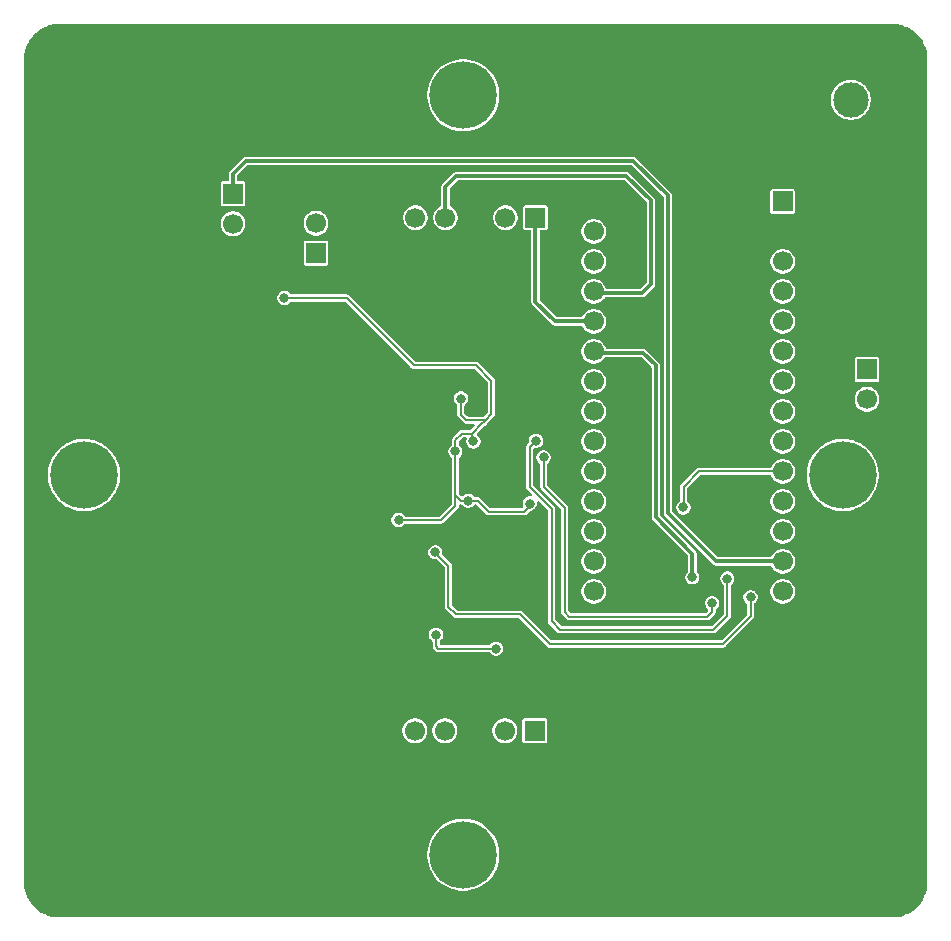
<source format=gbr>
%TF.GenerationSoftware,KiCad,Pcbnew,9.0.6*%
%TF.CreationDate,2026-01-19T06:48:40-03:00*%
%TF.ProjectId,control_dron_v5,636f6e74-726f-46c5-9f64-726f6e5f7635,rev?*%
%TF.SameCoordinates,Original*%
%TF.FileFunction,Copper,L2,Bot*%
%TF.FilePolarity,Positive*%
%FSLAX46Y46*%
G04 Gerber Fmt 4.6, Leading zero omitted, Abs format (unit mm)*
G04 Created by KiCad (PCBNEW 9.0.6) date 2026-01-19 06:48:40*
%MOMM*%
%LPD*%
G01*
G04 APERTURE LIST*
%TA.AperFunction,ComponentPad*%
%ADD10R,3.000000X3.000000*%
%TD*%
%TA.AperFunction,ComponentPad*%
%ADD11C,3.000000*%
%TD*%
%TA.AperFunction,ComponentPad*%
%ADD12R,1.700000X1.700000*%
%TD*%
%TA.AperFunction,ComponentPad*%
%ADD13C,1.700000*%
%TD*%
%TA.AperFunction,ComponentPad*%
%ADD14C,5.700000*%
%TD*%
%TA.AperFunction,ViaPad*%
%ADD15C,1.500000*%
%TD*%
%TA.AperFunction,ViaPad*%
%ADD16C,0.800000*%
%TD*%
%TA.AperFunction,Conductor*%
%ADD17C,0.200000*%
%TD*%
%TA.AperFunction,Conductor*%
%ADD18C,0.300000*%
%TD*%
G04 APERTURE END LIST*
D10*
%TO.P,J6,1,Pin_1*%
%TO.N,GND*%
X167840000Y-44000000D03*
D11*
%TO.P,J6,2,Pin_2*%
%TO.N,+5V*%
X172920000Y-44000000D03*
%TD*%
D12*
%TO.P,J2,1,Pin_1*%
%TO.N,+5V*%
X167165256Y-52615340D03*
D13*
%TO.P,J2,2,Pin_2*%
%TO.N,GND*%
X167165256Y-55155340D03*
%TO.P,J2,3,Pin_3*%
%TO.N,+3.3V*%
X167165256Y-57695340D03*
%TO.P,J2,4,Pin_4*%
%TO.N,unconnected-(J2-Pin_4-Pad4)*%
X167165256Y-60235340D03*
%TO.P,J2,5,Pin_5*%
%TO.N,unconnected-(J2-Pin_5-Pad5)*%
X167165256Y-62775340D03*
%TO.P,J2,6,Pin_6*%
%TO.N,I_SIG*%
X167165256Y-65315340D03*
%TO.P,J2,7,Pin_7*%
%TO.N,unconnected-(J2-Pin_7-Pad7)*%
X167165256Y-67855340D03*
%TO.P,J2,8,Pin_8*%
%TO.N,SCL_IMU1*%
X167165256Y-70395340D03*
%TO.P,J2,9,Pin_9*%
%TO.N,SDA_IMU1*%
X167165256Y-72935340D03*
%TO.P,J2,10,Pin_10*%
%TO.N,SDA_IMU2*%
X167165256Y-75475340D03*
%TO.P,J2,11,Pin_11*%
%TO.N,SCL_IMU2*%
X167165256Y-78015340D03*
%TO.P,J2,12,Pin_12*%
%TO.N,VBATT_SIG*%
X167165256Y-80555340D03*
%TO.P,J2,13,Pin_13*%
%TO.N,SIG_RF*%
X167165256Y-83095340D03*
%TO.P,J2,14,Pin_14*%
%TO.N,unconnected-(J2-Pin_14-Pad14)*%
X167165256Y-85635340D03*
%TD*%
D12*
%TO.P,J3,1,Pin_1*%
%TO.N,PWM_M2*%
X146235000Y-53990000D03*
D13*
%TO.P,J3,2,Pin_2*%
%TO.N,unconnected-(J3-Pin_2-Pad2)*%
X143695000Y-53990000D03*
%TO.P,J3,3,Pin_3*%
%TO.N,GND*%
X141155000Y-53990000D03*
%TO.P,J3,4,Pin_4*%
%TO.N,PWM_M1*%
X138615000Y-53990000D03*
%TO.P,J3,5,Pin_5*%
%TO.N,unconnected-(J3-Pin_5-Pad5)*%
X136075000Y-53990000D03*
%TO.P,J3,6,Pin_6*%
%TO.N,GND*%
X133535000Y-53990000D03*
%TD*%
D14*
%TO.P,H1,1*%
%TO.N,N/C*%
X140125000Y-107925000D03*
%TD*%
%TO.P,H3,1*%
%TO.N,N/C*%
X108006589Y-75775000D03*
%TD*%
D12*
%TO.P,J4,1,Pin_1*%
%TO.N,PWM_M3*%
X146185000Y-97415000D03*
D13*
%TO.P,J4,2,Pin_2*%
%TO.N,unconnected-(J4-Pin_2-Pad2)*%
X143645000Y-97415000D03*
%TO.P,J4,3,Pin_3*%
%TO.N,GND*%
X141105000Y-97415000D03*
%TO.P,J4,4,Pin_4*%
%TO.N,PWM_M4*%
X138565000Y-97415000D03*
%TO.P,J4,5,Pin_5*%
%TO.N,unconnected-(J4-Pin_5-Pad5)*%
X136025000Y-97415000D03*
%TO.P,J4,6,Pin_6*%
%TO.N,GND*%
X133485000Y-97415000D03*
%TD*%
D14*
%TO.P,H4,1*%
%TO.N,N/C*%
X140125000Y-43625000D03*
%TD*%
%TO.P,H2,1*%
%TO.N,N/C*%
X172243410Y-75775000D03*
%TD*%
D12*
%TO.P,J16,1,Pin_1*%
%TO.N,SIG_RF*%
X120625000Y-51945000D03*
D13*
%TO.P,J16,2,Pin_2*%
%TO.N,+5V*%
X120625000Y-54485000D03*
%TO.P,J16,3,Pin_3*%
%TO.N,GND*%
X120625000Y-57025000D03*
%TD*%
D12*
%TO.P,J7,1,Pin_1*%
%TO.N,I_SIG*%
X174300000Y-66830000D03*
D13*
%TO.P,J7,2,Pin_2*%
%TO.N,VBATT_SIG*%
X174300000Y-69370000D03*
%TD*%
D12*
%TO.P,J5,1,Pin_1*%
%TO.N,RX_UART*%
X127650000Y-56995000D03*
D13*
%TO.P,J5,2,Pin_2*%
%TO.N,TX_UART*%
X127650000Y-54455000D03*
%TO.P,J5,3,Pin_3*%
%TO.N,GND*%
X127650000Y-51915000D03*
%TD*%
D12*
%TO.P,J1,1,Pin_1*%
%TO.N,GND*%
X151165256Y-52615340D03*
D13*
%TO.P,J1,2,Pin_2*%
%TO.N,TX_UART*%
X151165256Y-55155340D03*
%TO.P,J1,3,Pin_3*%
%TO.N,RX_UART*%
X151165256Y-57695340D03*
%TO.P,J1,4,Pin_4*%
%TO.N,PWM_M1*%
X151165256Y-60235340D03*
%TO.P,J1,5,Pin_5*%
%TO.N,PWM_M2*%
X151165256Y-62775340D03*
%TO.P,J1,6,Pin_6*%
%TO.N,PWM_M3*%
X151165256Y-65315340D03*
%TO.P,J1,7,Pin_7*%
%TO.N,PWM_M4*%
X151165256Y-67855340D03*
%TO.P,J1,8,Pin_8*%
%TO.N,unconnected-(J1-Pin_8-Pad8)*%
X151165256Y-70395340D03*
%TO.P,J1,9,Pin_9*%
%TO.N,unconnected-(J1-Pin_9-Pad9)*%
X151165256Y-72935340D03*
%TO.P,J1,10,Pin_10*%
%TO.N,unconnected-(J1-Pin_10-Pad10)*%
X151165256Y-75475340D03*
%TO.P,J1,11,Pin_11*%
%TO.N,unconnected-(J1-Pin_11-Pad11)*%
X151165256Y-78015340D03*
%TO.P,J1,12,Pin_12*%
%TO.N,unconnected-(J1-Pin_12-Pad12)*%
X151165256Y-80555340D03*
%TO.P,J1,13,Pin_13*%
%TO.N,unconnected-(J1-Pin_13-Pad13)*%
X151165256Y-83095340D03*
%TO.P,J1,14,Pin_14*%
%TO.N,unconnected-(J1-Pin_14-Pad14)*%
X151165256Y-85635340D03*
%TD*%
D15*
%TO.N,GND*%
X174557500Y-60777500D03*
X132850000Y-68470000D03*
X123340000Y-65240000D03*
D16*
%TO.N,+3.3V*%
X134640000Y-79590000D03*
X124980000Y-60790000D03*
X139450000Y-73780000D03*
X140550000Y-77960000D03*
X140985518Y-72934482D03*
X139920000Y-69300000D03*
X145743556Y-78192521D03*
%TO.N,PWM_M3*%
X159520000Y-84430000D03*
%TO.N,SCL_IMU1*%
X146270000Y-72880000D03*
X162480000Y-84540000D03*
%TO.N,SDA_IMU1*%
X161190000Y-86620000D03*
X146920000Y-74280000D03*
%TO.N,SDA_IMU2*%
X137820000Y-89300000D03*
X158760000Y-78520000D03*
X142890000Y-90470000D03*
%TO.N,SCL_IMU2*%
X137750000Y-82310000D03*
X164440000Y-86120000D03*
%TD*%
D17*
%TO.N,+3.3V*%
X139920000Y-70660000D02*
X139920000Y-69300000D01*
X139930000Y-77960000D02*
X139450000Y-77480000D01*
X140550000Y-77960000D02*
X141340000Y-77960000D01*
X141873473Y-71253473D02*
X142003473Y-71123473D01*
X140853473Y-72273473D02*
X141718473Y-71408473D01*
X139976527Y-72273473D02*
X140853473Y-72273473D01*
X140985518Y-72934482D02*
X140853473Y-72802438D01*
X141340000Y-77960000D02*
X142270000Y-78890000D01*
X139450000Y-78380000D02*
X138240000Y-79590000D01*
X142510000Y-70616946D02*
X142003473Y-71123473D01*
X124980000Y-60790000D02*
X130250000Y-60790000D01*
X135950000Y-66490000D02*
X141200000Y-66490000D01*
X139450000Y-73780000D02*
X139450000Y-77480000D01*
X139450000Y-72800000D02*
X139976527Y-72273473D01*
X140550000Y-77960000D02*
X139930000Y-77960000D01*
X140383473Y-71123473D02*
X139920000Y-70660000D01*
X142510000Y-67800000D02*
X142510000Y-70616946D01*
X138240000Y-79590000D02*
X134640000Y-79590000D01*
X142003473Y-71123473D02*
X140383473Y-71123473D01*
X141200000Y-66490000D02*
X142510000Y-67800000D01*
X130250000Y-60790000D02*
X135950000Y-66490000D01*
X140853473Y-72802438D02*
X140853473Y-72273473D01*
X141718473Y-71408473D02*
X141873473Y-71253473D01*
X139450000Y-77480000D02*
X139450000Y-78380000D01*
X142270000Y-78890000D02*
X145259285Y-78890000D01*
X139450000Y-73780000D02*
X139450000Y-72800000D01*
X145259285Y-78890000D02*
X145939285Y-78210000D01*
D18*
%TO.N,PWM_M3*%
X159520000Y-82450000D02*
X156410000Y-79340000D01*
X155360000Y-65430000D02*
X151279916Y-65430000D01*
X156410000Y-66480000D02*
X155360000Y-65430000D01*
X156410000Y-79340000D02*
X156410000Y-66480000D01*
X159520000Y-84430000D02*
X159520000Y-82450000D01*
%TO.N,PWM_M2*%
X146235000Y-53990000D02*
X146235000Y-61085000D01*
X146235000Y-61085000D02*
X147925340Y-62775340D01*
X147925340Y-62775340D02*
X151165256Y-62775340D01*
%TO.N,PWM_M1*%
X156000000Y-52510000D02*
X153940000Y-50450000D01*
X153940000Y-50450000D02*
X139525000Y-50450000D01*
X156000000Y-59620000D02*
X156000000Y-52510000D01*
X138615000Y-51360000D02*
X138615000Y-53990000D01*
X155270000Y-60350000D02*
X156000000Y-59620000D01*
X139525000Y-50450000D02*
X138615000Y-51360000D01*
X151279916Y-60350000D02*
X155270000Y-60350000D01*
%TO.N,SIG_RF*%
X161515340Y-83095340D02*
X167165256Y-83095340D01*
X154515000Y-49175000D02*
X157440000Y-52100000D01*
X120625000Y-51945000D02*
X120625000Y-50250000D01*
X120625000Y-50250000D02*
X121700000Y-49175000D01*
X157440000Y-52100000D02*
X157440000Y-79020000D01*
X157440000Y-79020000D02*
X161515340Y-83095340D01*
X121700000Y-49175000D02*
X154515000Y-49175000D01*
D17*
%TO.N,SCL_IMU1*%
X145740000Y-73410000D02*
X146270000Y-72880000D01*
X162480000Y-84540000D02*
X162480000Y-87690000D01*
X162480000Y-87690000D02*
X161280000Y-88890000D01*
X147610000Y-78650000D02*
X145740000Y-76780000D01*
X145740000Y-74039346D02*
X145740000Y-73410000D01*
X147610000Y-88170000D02*
X147610000Y-78650000D01*
X145739000Y-74579654D02*
X145739000Y-74040346D01*
X145740000Y-76780000D02*
X145740000Y-74580654D01*
X145740000Y-74580654D02*
X145739000Y-74579654D01*
X161280000Y-88890000D02*
X148330000Y-88890000D01*
X148330000Y-88890000D02*
X147610000Y-88170000D01*
X145739000Y-74040346D02*
X145740000Y-74039346D01*
%TO.N,SDA_IMU1*%
X149110000Y-87780000D02*
X160750000Y-87780000D01*
X148700000Y-78526444D02*
X148700000Y-87370000D01*
X146930000Y-76756444D02*
X148700000Y-78526444D01*
X161190000Y-87340000D02*
X161190000Y-86620000D01*
X148700000Y-87370000D02*
X149110000Y-87780000D01*
X146920000Y-74280000D02*
X146930000Y-74290000D01*
X160750000Y-87780000D02*
X161190000Y-87340000D01*
X146930000Y-74290000D02*
X146930000Y-76756444D01*
%TO.N,SDA_IMU2*%
X158770000Y-76760000D02*
X160054660Y-75475340D01*
X142890000Y-90470000D02*
X138020000Y-90470000D01*
X158760000Y-78420000D02*
X158770000Y-78410000D01*
X138020000Y-90470000D02*
X137820000Y-90270000D01*
X158760000Y-78520000D02*
X158760000Y-78420000D01*
X160054660Y-75475340D02*
X167165256Y-75475340D01*
X158770000Y-78410000D02*
X158770000Y-76760000D01*
X137820000Y-90270000D02*
X137820000Y-89300000D01*
%TO.N,SCL_IMU2*%
X164440000Y-87730000D02*
X164440000Y-86120000D01*
X137750000Y-82310000D02*
X137750000Y-82340000D01*
X137750000Y-82340000D02*
X138870000Y-83460000D01*
X138870000Y-83460000D02*
X138870000Y-86950000D01*
X139480000Y-87560000D02*
X144920000Y-87560000D01*
X138870000Y-86950000D02*
X139480000Y-87560000D01*
X147440000Y-90080000D02*
X162090000Y-90080000D01*
X144920000Y-87560000D02*
X147440000Y-90080000D01*
X162090000Y-90080000D02*
X164440000Y-87730000D01*
%TD*%
%TA.AperFunction,Conductor*%
%TO.N,GND*%
G36*
X176423243Y-37565669D02*
G01*
X176700182Y-37580184D01*
X176707575Y-37580794D01*
X176769875Y-37587813D01*
X176775353Y-37588555D01*
X177017128Y-37626848D01*
X177025289Y-37628423D01*
X177080830Y-37641100D01*
X177085181Y-37642179D01*
X177328157Y-37707284D01*
X177336999Y-37710013D01*
X177379629Y-37724930D01*
X177383079Y-37726195D01*
X177629378Y-37820739D01*
X177638711Y-37824770D01*
X177659307Y-37834689D01*
X177661754Y-37835900D01*
X177913968Y-37964411D01*
X177925203Y-37970898D01*
X178177608Y-38134812D01*
X178188109Y-38142441D01*
X178422010Y-38331850D01*
X178431655Y-38340535D01*
X178644464Y-38553344D01*
X178653149Y-38562989D01*
X178842558Y-38796890D01*
X178850187Y-38807391D01*
X179014101Y-39059796D01*
X179020591Y-39071036D01*
X179149075Y-39323199D01*
X179150309Y-39325691D01*
X179160223Y-39346277D01*
X179164268Y-39355643D01*
X179258791Y-39601887D01*
X179260068Y-39605369D01*
X179274985Y-39647999D01*
X179277719Y-39656860D01*
X179342806Y-39899766D01*
X179343923Y-39904269D01*
X179356569Y-39959679D01*
X179358150Y-39967872D01*
X179396440Y-40209627D01*
X179397187Y-40215142D01*
X179404204Y-40277424D01*
X179404814Y-40284816D01*
X179419330Y-40561755D01*
X179419500Y-40568246D01*
X179419500Y-110226753D01*
X179419330Y-110233244D01*
X179404814Y-110510182D01*
X179404204Y-110517574D01*
X179397187Y-110579856D01*
X179396440Y-110585371D01*
X179358150Y-110827126D01*
X179356569Y-110835319D01*
X179343923Y-110890729D01*
X179342806Y-110895232D01*
X179277719Y-111138138D01*
X179274985Y-111146999D01*
X179260068Y-111189629D01*
X179258791Y-111193111D01*
X179164268Y-111439355D01*
X179160223Y-111448721D01*
X179150309Y-111469307D01*
X179149075Y-111471799D01*
X179020591Y-111723964D01*
X179014105Y-111735197D01*
X178928881Y-111866432D01*
X178850187Y-111987609D01*
X178842558Y-111998109D01*
X178653149Y-112232010D01*
X178644464Y-112241655D01*
X178431655Y-112454464D01*
X178422010Y-112463149D01*
X178188109Y-112652558D01*
X178177609Y-112660187D01*
X177925197Y-112824105D01*
X177913964Y-112830591D01*
X177661799Y-112959075D01*
X177659307Y-112960309D01*
X177638721Y-112970223D01*
X177629355Y-112974268D01*
X177383111Y-113068791D01*
X177379629Y-113070068D01*
X177336999Y-113084985D01*
X177328138Y-113087719D01*
X177085232Y-113152806D01*
X177080729Y-113153923D01*
X177025319Y-113166569D01*
X177017126Y-113168150D01*
X176775371Y-113206440D01*
X176769856Y-113207187D01*
X176707574Y-113214204D01*
X176700182Y-113214814D01*
X176423244Y-113229330D01*
X176416753Y-113229500D01*
X105918246Y-113229500D01*
X105911757Y-113229330D01*
X105901676Y-113228801D01*
X105634816Y-113214814D01*
X105627424Y-113214204D01*
X105565142Y-113207187D01*
X105559627Y-113206440D01*
X105317872Y-113168150D01*
X105309679Y-113166569D01*
X105281044Y-113160033D01*
X105254245Y-113153917D01*
X105249766Y-113152806D01*
X105006860Y-113087719D01*
X104997999Y-113084985D01*
X104955369Y-113070068D01*
X104951887Y-113068791D01*
X104705643Y-112974268D01*
X104696277Y-112970223D01*
X104675691Y-112960309D01*
X104673199Y-112959075D01*
X104421036Y-112830591D01*
X104409796Y-112824101D01*
X104157391Y-112660187D01*
X104146890Y-112652558D01*
X103912989Y-112463149D01*
X103903344Y-112454464D01*
X103690535Y-112241655D01*
X103681850Y-112232010D01*
X103492441Y-111998109D01*
X103484812Y-111987608D01*
X103406119Y-111866432D01*
X103320896Y-111735199D01*
X103314408Y-111723963D01*
X103248223Y-111594068D01*
X103185900Y-111471754D01*
X103184689Y-111469307D01*
X103174775Y-111448721D01*
X103170739Y-111439378D01*
X103076195Y-111193079D01*
X103074930Y-111189629D01*
X103060013Y-111146999D01*
X103057284Y-111138157D01*
X102992179Y-110895181D01*
X102991100Y-110890830D01*
X102978423Y-110835289D01*
X102976848Y-110827126D01*
X102964274Y-110747735D01*
X102938555Y-110585353D01*
X102937811Y-110579856D01*
X102930794Y-110517574D01*
X102930184Y-110510181D01*
X102915670Y-110233243D01*
X102915500Y-110226753D01*
X102915500Y-107753681D01*
X137074500Y-107753681D01*
X137074500Y-108096318D01*
X137112858Y-108436768D01*
X137112861Y-108436782D01*
X137189102Y-108770816D01*
X137189103Y-108770818D01*
X137302264Y-109094216D01*
X137450922Y-109402907D01*
X137450924Y-109402910D01*
X137633211Y-109693018D01*
X137846834Y-109960893D01*
X138089107Y-110203166D01*
X138356982Y-110416789D01*
X138647090Y-110599076D01*
X138955785Y-110747736D01*
X139279183Y-110860897D01*
X139613217Y-110937139D01*
X139613226Y-110937140D01*
X139613231Y-110937141D01*
X139840197Y-110962713D01*
X139953682Y-110975499D01*
X139953685Y-110975500D01*
X139953688Y-110975500D01*
X140296315Y-110975500D01*
X140296316Y-110975499D01*
X140470311Y-110955895D01*
X140636768Y-110937141D01*
X140636771Y-110937140D01*
X140636783Y-110937139D01*
X140970817Y-110860897D01*
X141294215Y-110747736D01*
X141602910Y-110599076D01*
X141893018Y-110416789D01*
X142160893Y-110203166D01*
X142403166Y-109960893D01*
X142616789Y-109693018D01*
X142799076Y-109402910D01*
X142947736Y-109094215D01*
X143060897Y-108770817D01*
X143137139Y-108436783D01*
X143175500Y-108096312D01*
X143175500Y-107753688D01*
X143137139Y-107413217D01*
X143060897Y-107079183D01*
X142947736Y-106755785D01*
X142799076Y-106447090D01*
X142616789Y-106156982D01*
X142403166Y-105889107D01*
X142160893Y-105646834D01*
X141893018Y-105433211D01*
X141602910Y-105250924D01*
X141602907Y-105250922D01*
X141294216Y-105102264D01*
X140970818Y-104989103D01*
X140970816Y-104989102D01*
X140713024Y-104930262D01*
X140636783Y-104912861D01*
X140636780Y-104912860D01*
X140636768Y-104912858D01*
X140296318Y-104874500D01*
X140296312Y-104874500D01*
X139953688Y-104874500D01*
X139953681Y-104874500D01*
X139613231Y-104912858D01*
X139613217Y-104912861D01*
X139279183Y-104989102D01*
X139279181Y-104989103D01*
X138955783Y-105102264D01*
X138647092Y-105250922D01*
X138356983Y-105433210D01*
X138089107Y-105646833D01*
X137846833Y-105889107D01*
X137633210Y-106156983D01*
X137450922Y-106447092D01*
X137302264Y-106755783D01*
X137189103Y-107079181D01*
X137189102Y-107079183D01*
X137112861Y-107413217D01*
X137112858Y-107413231D01*
X137074500Y-107753681D01*
X102915500Y-107753681D01*
X102915500Y-97311530D01*
X134974500Y-97311530D01*
X134974500Y-97518469D01*
X135014868Y-97721412D01*
X135014870Y-97721420D01*
X135094058Y-97912596D01*
X135209024Y-98084657D01*
X135355342Y-98230975D01*
X135355345Y-98230977D01*
X135527402Y-98345941D01*
X135718580Y-98425130D01*
X135863052Y-98453867D01*
X135921530Y-98465499D01*
X135921534Y-98465500D01*
X135921535Y-98465500D01*
X136128466Y-98465500D01*
X136128467Y-98465499D01*
X136331420Y-98425130D01*
X136522598Y-98345941D01*
X136694655Y-98230977D01*
X136840977Y-98084655D01*
X136955941Y-97912598D01*
X137035130Y-97721420D01*
X137075500Y-97518465D01*
X137075500Y-97311535D01*
X137075499Y-97311530D01*
X137514500Y-97311530D01*
X137514500Y-97518469D01*
X137554868Y-97721412D01*
X137554870Y-97721420D01*
X137634058Y-97912596D01*
X137749024Y-98084657D01*
X137895342Y-98230975D01*
X137895345Y-98230977D01*
X138067402Y-98345941D01*
X138258580Y-98425130D01*
X138403052Y-98453867D01*
X138461530Y-98465499D01*
X138461534Y-98465500D01*
X138461535Y-98465500D01*
X138668466Y-98465500D01*
X138668467Y-98465499D01*
X138871420Y-98425130D01*
X139062598Y-98345941D01*
X139234655Y-98230977D01*
X139380977Y-98084655D01*
X139495941Y-97912598D01*
X139575130Y-97721420D01*
X139615500Y-97518465D01*
X139615500Y-97311535D01*
X139615499Y-97311530D01*
X142594500Y-97311530D01*
X142594500Y-97518469D01*
X142634868Y-97721412D01*
X142634870Y-97721420D01*
X142714058Y-97912596D01*
X142829024Y-98084657D01*
X142975342Y-98230975D01*
X142975345Y-98230977D01*
X143147402Y-98345941D01*
X143338580Y-98425130D01*
X143483052Y-98453867D01*
X143541530Y-98465499D01*
X143541534Y-98465500D01*
X143541535Y-98465500D01*
X143748466Y-98465500D01*
X143748467Y-98465499D01*
X143951420Y-98425130D01*
X144142598Y-98345941D01*
X144314655Y-98230977D01*
X144460977Y-98084655D01*
X144575941Y-97912598D01*
X144655130Y-97721420D01*
X144695500Y-97518465D01*
X144695500Y-97311535D01*
X144655130Y-97108580D01*
X144575941Y-96917402D01*
X144460977Y-96745345D01*
X144460975Y-96745342D01*
X144314657Y-96599024D01*
X144234173Y-96545247D01*
X145134500Y-96545247D01*
X145134500Y-98284752D01*
X145146131Y-98343229D01*
X145146132Y-98343230D01*
X145190447Y-98409552D01*
X145256769Y-98453867D01*
X145256770Y-98453868D01*
X145315247Y-98465499D01*
X145315250Y-98465500D01*
X145315252Y-98465500D01*
X147054750Y-98465500D01*
X147054751Y-98465499D01*
X147069568Y-98462552D01*
X147113229Y-98453868D01*
X147113229Y-98453867D01*
X147113231Y-98453867D01*
X147179552Y-98409552D01*
X147223867Y-98343231D01*
X147223867Y-98343229D01*
X147223868Y-98343229D01*
X147235499Y-98284752D01*
X147235500Y-98284750D01*
X147235500Y-96545249D01*
X147235499Y-96545247D01*
X147223868Y-96486770D01*
X147223867Y-96486769D01*
X147179552Y-96420447D01*
X147113230Y-96376132D01*
X147113229Y-96376131D01*
X147054752Y-96364500D01*
X147054748Y-96364500D01*
X145315252Y-96364500D01*
X145315247Y-96364500D01*
X145256770Y-96376131D01*
X145256769Y-96376132D01*
X145190447Y-96420447D01*
X145146132Y-96486769D01*
X145146131Y-96486770D01*
X145134500Y-96545247D01*
X144234173Y-96545247D01*
X144146655Y-96486770D01*
X144142598Y-96484059D01*
X143951420Y-96404870D01*
X143951412Y-96404868D01*
X143748469Y-96364500D01*
X143748465Y-96364500D01*
X143541535Y-96364500D01*
X143541530Y-96364500D01*
X143338587Y-96404868D01*
X143338579Y-96404870D01*
X143147403Y-96484058D01*
X142975342Y-96599024D01*
X142829024Y-96745342D01*
X142714058Y-96917403D01*
X142634870Y-97108579D01*
X142634868Y-97108587D01*
X142594500Y-97311530D01*
X139615499Y-97311530D01*
X139575130Y-97108580D01*
X139495941Y-96917402D01*
X139380977Y-96745345D01*
X139380975Y-96745342D01*
X139234657Y-96599024D01*
X139066655Y-96486770D01*
X139062598Y-96484059D01*
X138871420Y-96404870D01*
X138871412Y-96404868D01*
X138668469Y-96364500D01*
X138668465Y-96364500D01*
X138461535Y-96364500D01*
X138461530Y-96364500D01*
X138258587Y-96404868D01*
X138258579Y-96404870D01*
X138067403Y-96484058D01*
X137895342Y-96599024D01*
X137749024Y-96745342D01*
X137634058Y-96917403D01*
X137554870Y-97108579D01*
X137554868Y-97108587D01*
X137514500Y-97311530D01*
X137075499Y-97311530D01*
X137035130Y-97108580D01*
X136955941Y-96917402D01*
X136840977Y-96745345D01*
X136840975Y-96745342D01*
X136694657Y-96599024D01*
X136526655Y-96486770D01*
X136522598Y-96484059D01*
X136331420Y-96404870D01*
X136331412Y-96404868D01*
X136128469Y-96364500D01*
X136128465Y-96364500D01*
X135921535Y-96364500D01*
X135921530Y-96364500D01*
X135718587Y-96404868D01*
X135718579Y-96404870D01*
X135527403Y-96484058D01*
X135355342Y-96599024D01*
X135209024Y-96745342D01*
X135094058Y-96917403D01*
X135014870Y-97108579D01*
X135014868Y-97108587D01*
X134974500Y-97311530D01*
X102915500Y-97311530D01*
X102915500Y-89220943D01*
X137219500Y-89220943D01*
X137219500Y-89379056D01*
X137260423Y-89531783D01*
X137260426Y-89531790D01*
X137339475Y-89668709D01*
X137339481Y-89668717D01*
X137451284Y-89780520D01*
X137457499Y-89784108D01*
X137505715Y-89834675D01*
X137519500Y-89891496D01*
X137519500Y-90309562D01*
X137539979Y-90385989D01*
X137546007Y-90396430D01*
X137554241Y-90410692D01*
X137579537Y-90454507D01*
X137579539Y-90454510D01*
X137579540Y-90454511D01*
X137835489Y-90710460D01*
X137904012Y-90750022D01*
X137980438Y-90770500D01*
X138059562Y-90770500D01*
X142298504Y-90770500D01*
X142365543Y-90790185D01*
X142405891Y-90832500D01*
X142409480Y-90838716D01*
X142521284Y-90950520D01*
X142521286Y-90950521D01*
X142521290Y-90950524D01*
X142658209Y-91029573D01*
X142658216Y-91029577D01*
X142810943Y-91070500D01*
X142810945Y-91070500D01*
X142969055Y-91070500D01*
X142969057Y-91070500D01*
X143121784Y-91029577D01*
X143258716Y-90950520D01*
X143370520Y-90838716D01*
X143449577Y-90701784D01*
X143490500Y-90549057D01*
X143490500Y-90390943D01*
X143449577Y-90238216D01*
X143409176Y-90168238D01*
X143370524Y-90101290D01*
X143370518Y-90101282D01*
X143258717Y-89989481D01*
X143258709Y-89989475D01*
X143121790Y-89910426D01*
X143121786Y-89910424D01*
X143121784Y-89910423D01*
X142969057Y-89869500D01*
X142810943Y-89869500D01*
X142658216Y-89910423D01*
X142658209Y-89910426D01*
X142521290Y-89989475D01*
X142521282Y-89989481D01*
X142409479Y-90101284D01*
X142405892Y-90107499D01*
X142355325Y-90155715D01*
X142298504Y-90169500D01*
X138244500Y-90169500D01*
X138235814Y-90166949D01*
X138226853Y-90168238D01*
X138202812Y-90157259D01*
X138177461Y-90149815D01*
X138171533Y-90142974D01*
X138163297Y-90139213D01*
X138149007Y-90116978D01*
X138131706Y-90097011D01*
X138129418Y-90086496D01*
X138125523Y-90080435D01*
X138120500Y-90045500D01*
X138120500Y-89891496D01*
X138140185Y-89824457D01*
X138182501Y-89784108D01*
X138188716Y-89780520D01*
X138300520Y-89668716D01*
X138379577Y-89531784D01*
X138420500Y-89379057D01*
X138420500Y-89220943D01*
X138379577Y-89068216D01*
X138379573Y-89068209D01*
X138300524Y-88931290D01*
X138300518Y-88931282D01*
X138188717Y-88819481D01*
X138188709Y-88819475D01*
X138051790Y-88740426D01*
X138051786Y-88740424D01*
X138051784Y-88740423D01*
X137899057Y-88699500D01*
X137740943Y-88699500D01*
X137588216Y-88740423D01*
X137588209Y-88740426D01*
X137451290Y-88819475D01*
X137451282Y-88819481D01*
X137339481Y-88931282D01*
X137339475Y-88931290D01*
X137260426Y-89068209D01*
X137260423Y-89068216D01*
X137219500Y-89220943D01*
X102915500Y-89220943D01*
X102915500Y-82230943D01*
X137149500Y-82230943D01*
X137149500Y-82389057D01*
X137173360Y-82478102D01*
X137190423Y-82541783D01*
X137190426Y-82541790D01*
X137269475Y-82678709D01*
X137269479Y-82678714D01*
X137269480Y-82678716D01*
X137381284Y-82790520D01*
X137381286Y-82790521D01*
X137381290Y-82790524D01*
X137518209Y-82869573D01*
X137518216Y-82869577D01*
X137670943Y-82910500D01*
X137670945Y-82910500D01*
X137837185Y-82910500D01*
X137837185Y-82912313D01*
X137896189Y-82921507D01*
X137931035Y-82946006D01*
X138533181Y-83548152D01*
X138566666Y-83609475D01*
X138569500Y-83635833D01*
X138569500Y-86989562D01*
X138583152Y-87040513D01*
X138589979Y-87065990D01*
X138589980Y-87065991D01*
X138626670Y-87129540D01*
X138629540Y-87134511D01*
X139239540Y-87744511D01*
X139295489Y-87800460D01*
X139295491Y-87800461D01*
X139295495Y-87800464D01*
X139364004Y-87840017D01*
X139364011Y-87840021D01*
X139440438Y-87860500D01*
X139519562Y-87860500D01*
X144744167Y-87860500D01*
X144811206Y-87880185D01*
X144831848Y-87896819D01*
X147199540Y-90264511D01*
X147255489Y-90320460D01*
X147255491Y-90320461D01*
X147255495Y-90320464D01*
X147324004Y-90360017D01*
X147324011Y-90360021D01*
X147400438Y-90380500D01*
X147400440Y-90380500D01*
X162129560Y-90380500D01*
X162129562Y-90380500D01*
X162205989Y-90360021D01*
X162274511Y-90320460D01*
X162330460Y-90264511D01*
X164680460Y-87914511D01*
X164703554Y-87874511D01*
X164720019Y-87845993D01*
X164720021Y-87845988D01*
X164730739Y-87805989D01*
X164740500Y-87769562D01*
X164740500Y-86711496D01*
X164760185Y-86644457D01*
X164802501Y-86604108D01*
X164808716Y-86600520D01*
X164920520Y-86488716D01*
X164999577Y-86351784D01*
X165040500Y-86199057D01*
X165040500Y-86040943D01*
X164999577Y-85888216D01*
X164999573Y-85888209D01*
X164920524Y-85751290D01*
X164920518Y-85751282D01*
X164808715Y-85639479D01*
X164797788Y-85633171D01*
X164797785Y-85633168D01*
X164671790Y-85560425D01*
X164671784Y-85560423D01*
X164565223Y-85531870D01*
X166114756Y-85531870D01*
X166114756Y-85738809D01*
X166155124Y-85941752D01*
X166155126Y-85941760D01*
X166234315Y-86132938D01*
X166238687Y-86139481D01*
X166349280Y-86304997D01*
X166495598Y-86451315D01*
X166495601Y-86451317D01*
X166667658Y-86566281D01*
X166858836Y-86645470D01*
X167061786Y-86685839D01*
X167061790Y-86685840D01*
X167061791Y-86685840D01*
X167268722Y-86685840D01*
X167268723Y-86685839D01*
X167471676Y-86645470D01*
X167662854Y-86566281D01*
X167834911Y-86451317D01*
X167981233Y-86304995D01*
X168096197Y-86132938D01*
X168175386Y-85941760D01*
X168215756Y-85738805D01*
X168215756Y-85531875D01*
X168175386Y-85328920D01*
X168096197Y-85137742D01*
X167981233Y-84965685D01*
X167981231Y-84965682D01*
X167834913Y-84819364D01*
X167748882Y-84761881D01*
X167662854Y-84704399D01*
X167559987Y-84661790D01*
X167471676Y-84625210D01*
X167471668Y-84625208D01*
X167268725Y-84584840D01*
X167268721Y-84584840D01*
X167061791Y-84584840D01*
X167061786Y-84584840D01*
X166858843Y-84625208D01*
X166858835Y-84625210D01*
X166667659Y-84704398D01*
X166495598Y-84819364D01*
X166349280Y-84965682D01*
X166234314Y-85137743D01*
X166155126Y-85328919D01*
X166155124Y-85328927D01*
X166114756Y-85531870D01*
X164565223Y-85531870D01*
X164519057Y-85519500D01*
X164360943Y-85519500D01*
X164208216Y-85560423D01*
X164208209Y-85560426D01*
X164071290Y-85639475D01*
X164071282Y-85639481D01*
X163959481Y-85751282D01*
X163959475Y-85751290D01*
X163880426Y-85888209D01*
X163880423Y-85888216D01*
X163839500Y-86040943D01*
X163839500Y-86199057D01*
X163867887Y-86304997D01*
X163880423Y-86351783D01*
X163880426Y-86351790D01*
X163959475Y-86488709D01*
X163959481Y-86488717D01*
X164071284Y-86600520D01*
X164077499Y-86604108D01*
X164125715Y-86654675D01*
X164139500Y-86711496D01*
X164139500Y-87554167D01*
X164119815Y-87621206D01*
X164103181Y-87641848D01*
X162001848Y-89743181D01*
X161940525Y-89776666D01*
X161914167Y-89779500D01*
X147615833Y-89779500D01*
X147548794Y-89759815D01*
X147528152Y-89743181D01*
X145104512Y-87319541D01*
X145104511Y-87319540D01*
X145071425Y-87300438D01*
X145071423Y-87300437D01*
X145071422Y-87300435D01*
X145035994Y-87279981D01*
X145035991Y-87279979D01*
X144997775Y-87269739D01*
X144959562Y-87259500D01*
X144959560Y-87259500D01*
X139655833Y-87259500D01*
X139588794Y-87239815D01*
X139568152Y-87223181D01*
X139206819Y-86861848D01*
X139173334Y-86800525D01*
X139170500Y-86774167D01*
X139170500Y-83420438D01*
X139158542Y-83375811D01*
X139150021Y-83344011D01*
X139150017Y-83344004D01*
X139110464Y-83275495D01*
X139110458Y-83275487D01*
X138374396Y-82539425D01*
X138340911Y-82478102D01*
X138342302Y-82419651D01*
X138350500Y-82389057D01*
X138350500Y-82230943D01*
X138309577Y-82078216D01*
X138290308Y-82044840D01*
X138230524Y-81941290D01*
X138230518Y-81941282D01*
X138118717Y-81829481D01*
X138118709Y-81829475D01*
X137981790Y-81750426D01*
X137981786Y-81750424D01*
X137981784Y-81750423D01*
X137829057Y-81709500D01*
X137670943Y-81709500D01*
X137518216Y-81750423D01*
X137518209Y-81750426D01*
X137381290Y-81829475D01*
X137381282Y-81829481D01*
X137269481Y-81941282D01*
X137269475Y-81941290D01*
X137190426Y-82078209D01*
X137190423Y-82078216D01*
X137149500Y-82230943D01*
X102915500Y-82230943D01*
X102915500Y-75603681D01*
X104956089Y-75603681D01*
X104956089Y-75946318D01*
X104994447Y-76286768D01*
X104994449Y-76286780D01*
X104994450Y-76286783D01*
X104995485Y-76291317D01*
X105070691Y-76620816D01*
X105070692Y-76620818D01*
X105183853Y-76944216D01*
X105332511Y-77252907D01*
X105332513Y-77252910D01*
X105514800Y-77543018D01*
X105728423Y-77810893D01*
X105970696Y-78053166D01*
X106238571Y-78266789D01*
X106515739Y-78440945D01*
X106528681Y-78449077D01*
X106626095Y-78495989D01*
X106837374Y-78597736D01*
X107160772Y-78710897D01*
X107494806Y-78787139D01*
X107494815Y-78787140D01*
X107494820Y-78787141D01*
X107721786Y-78812713D01*
X107835271Y-78825499D01*
X107835274Y-78825500D01*
X107835277Y-78825500D01*
X108177904Y-78825500D01*
X108177905Y-78825499D01*
X108351900Y-78805895D01*
X108518357Y-78787141D01*
X108518360Y-78787140D01*
X108518372Y-78787139D01*
X108852406Y-78710897D01*
X109175804Y-78597736D01*
X109484499Y-78449076D01*
X109774607Y-78266789D01*
X110042482Y-78053166D01*
X110284755Y-77810893D01*
X110498378Y-77543018D01*
X110680665Y-77252910D01*
X110829325Y-76944215D01*
X110942486Y-76620817D01*
X111018728Y-76286783D01*
X111057089Y-75946312D01*
X111057089Y-75603688D01*
X111030971Y-75371875D01*
X111018730Y-75263231D01*
X111018729Y-75263226D01*
X111018728Y-75263217D01*
X110942486Y-74929183D01*
X110829325Y-74605785D01*
X110680665Y-74297090D01*
X110498378Y-74006982D01*
X110284755Y-73739107D01*
X110042482Y-73496834D01*
X109774607Y-73283211D01*
X109484499Y-73100924D01*
X109484496Y-73100922D01*
X109175805Y-72952264D01*
X108852407Y-72839103D01*
X108852405Y-72839102D01*
X108594613Y-72780262D01*
X108518372Y-72762861D01*
X108518369Y-72762860D01*
X108518357Y-72762858D01*
X108177907Y-72724500D01*
X108177901Y-72724500D01*
X107835277Y-72724500D01*
X107835270Y-72724500D01*
X107494820Y-72762858D01*
X107494806Y-72762861D01*
X107160772Y-72839102D01*
X107160770Y-72839103D01*
X106837372Y-72952264D01*
X106528681Y-73100922D01*
X106238572Y-73283210D01*
X105970696Y-73496833D01*
X105728422Y-73739107D01*
X105514799Y-74006983D01*
X105332511Y-74297092D01*
X105183853Y-74605783D01*
X105070692Y-74929181D01*
X105070691Y-74929183D01*
X104994450Y-75263217D01*
X104994447Y-75263231D01*
X104956089Y-75603681D01*
X102915500Y-75603681D01*
X102915500Y-60710943D01*
X124379500Y-60710943D01*
X124379500Y-60869057D01*
X124398461Y-60939818D01*
X124420423Y-61021783D01*
X124420426Y-61021790D01*
X124499475Y-61158709D01*
X124499479Y-61158714D01*
X124499480Y-61158716D01*
X124611284Y-61270520D01*
X124611286Y-61270521D01*
X124611290Y-61270524D01*
X124662714Y-61300213D01*
X124748216Y-61349577D01*
X124900943Y-61390500D01*
X124900945Y-61390500D01*
X125059055Y-61390500D01*
X125059057Y-61390500D01*
X125211784Y-61349577D01*
X125348716Y-61270520D01*
X125460520Y-61158716D01*
X125464108Y-61152500D01*
X125514675Y-61104285D01*
X125571496Y-61090500D01*
X130074167Y-61090500D01*
X130141206Y-61110185D01*
X130161848Y-61126819D01*
X135709540Y-66674511D01*
X135765489Y-66730460D01*
X135765491Y-66730461D01*
X135765495Y-66730464D01*
X135834004Y-66770017D01*
X135834011Y-66770021D01*
X135910438Y-66790500D01*
X135989562Y-66790500D01*
X141024167Y-66790500D01*
X141091206Y-66810185D01*
X141111848Y-66826819D01*
X142173181Y-67888152D01*
X142206666Y-67949475D01*
X142209500Y-67975833D01*
X142209500Y-70441113D01*
X142189815Y-70508152D01*
X142173181Y-70528794D01*
X141915321Y-70786654D01*
X141853998Y-70820139D01*
X141827640Y-70822973D01*
X140559306Y-70822973D01*
X140492267Y-70803288D01*
X140471625Y-70786654D01*
X140256819Y-70571848D01*
X140223334Y-70510525D01*
X140220500Y-70484167D01*
X140220500Y-69891496D01*
X140240185Y-69824457D01*
X140282501Y-69784108D01*
X140288716Y-69780520D01*
X140400520Y-69668716D01*
X140479577Y-69531784D01*
X140520500Y-69379057D01*
X140520500Y-69220943D01*
X140479577Y-69068216D01*
X140479573Y-69068209D01*
X140400524Y-68931290D01*
X140400518Y-68931282D01*
X140288717Y-68819481D01*
X140288709Y-68819475D01*
X140151790Y-68740426D01*
X140151786Y-68740424D01*
X140151784Y-68740423D01*
X139999057Y-68699500D01*
X139840943Y-68699500D01*
X139688216Y-68740423D01*
X139688209Y-68740426D01*
X139551290Y-68819475D01*
X139551282Y-68819481D01*
X139439481Y-68931282D01*
X139439475Y-68931290D01*
X139360426Y-69068209D01*
X139360423Y-69068216D01*
X139319500Y-69220943D01*
X139319500Y-69379057D01*
X139342368Y-69464399D01*
X139360423Y-69531783D01*
X139360426Y-69531790D01*
X139439475Y-69668709D01*
X139439481Y-69668717D01*
X139551284Y-69780520D01*
X139557499Y-69784108D01*
X139605715Y-69834675D01*
X139619500Y-69891496D01*
X139619500Y-70699562D01*
X139633152Y-70750513D01*
X139639979Y-70775990D01*
X139646136Y-70786654D01*
X139654683Y-70801457D01*
X139679540Y-70844511D01*
X140143013Y-71307984D01*
X140198962Y-71363933D01*
X140198964Y-71363934D01*
X140198968Y-71363937D01*
X140267477Y-71403490D01*
X140267484Y-71403494D01*
X140343911Y-71423973D01*
X140978640Y-71423973D01*
X141045679Y-71443658D01*
X141091434Y-71496462D01*
X141101378Y-71565620D01*
X141072353Y-71629176D01*
X141066321Y-71635654D01*
X140765321Y-71936654D01*
X140703998Y-71970139D01*
X140677640Y-71972973D01*
X139936965Y-71972973D01*
X139860537Y-71993451D01*
X139792016Y-72033013D01*
X139792013Y-72033015D01*
X139209541Y-72615487D01*
X139209535Y-72615495D01*
X139169982Y-72684004D01*
X139169979Y-72684009D01*
X139149500Y-72760439D01*
X139149500Y-73188504D01*
X139129815Y-73255543D01*
X139087501Y-73295890D01*
X139081290Y-73299475D01*
X139081281Y-73299482D01*
X138969481Y-73411282D01*
X138969475Y-73411290D01*
X138890426Y-73548209D01*
X138890423Y-73548216D01*
X138849500Y-73700943D01*
X138849500Y-73859057D01*
X138889137Y-74006982D01*
X138890423Y-74011783D01*
X138890426Y-74011790D01*
X138969475Y-74148709D01*
X138969481Y-74148717D01*
X139081284Y-74260520D01*
X139087499Y-74264108D01*
X139135715Y-74314675D01*
X139149500Y-74371496D01*
X139149500Y-78204167D01*
X139129815Y-78271206D01*
X139113181Y-78291848D01*
X138151848Y-79253181D01*
X138090525Y-79286666D01*
X138064167Y-79289500D01*
X135231496Y-79289500D01*
X135164457Y-79269815D01*
X135124108Y-79227499D01*
X135120520Y-79221284D01*
X135008717Y-79109481D01*
X135008709Y-79109475D01*
X134871790Y-79030426D01*
X134871786Y-79030424D01*
X134871784Y-79030423D01*
X134719057Y-78989500D01*
X134560943Y-78989500D01*
X134408216Y-79030423D01*
X134408209Y-79030426D01*
X134271290Y-79109475D01*
X134271282Y-79109481D01*
X134159481Y-79221282D01*
X134159475Y-79221290D01*
X134080426Y-79358209D01*
X134080423Y-79358216D01*
X134039500Y-79510943D01*
X134039500Y-79669057D01*
X134067757Y-79774511D01*
X134080423Y-79821783D01*
X134080426Y-79821790D01*
X134159475Y-79958709D01*
X134159479Y-79958714D01*
X134159480Y-79958716D01*
X134271284Y-80070520D01*
X134271286Y-80070521D01*
X134271290Y-80070524D01*
X134408209Y-80149573D01*
X134408216Y-80149577D01*
X134560943Y-80190500D01*
X134560945Y-80190500D01*
X134719055Y-80190500D01*
X134719057Y-80190500D01*
X134871784Y-80149577D01*
X135008716Y-80070520D01*
X135120520Y-79958716D01*
X135124108Y-79952500D01*
X135174675Y-79904285D01*
X135231496Y-79890500D01*
X138279560Y-79890500D01*
X138279562Y-79890500D01*
X138355989Y-79870021D01*
X138424511Y-79830460D01*
X138480460Y-79774511D01*
X139690460Y-78564511D01*
X139697100Y-78553010D01*
X139730021Y-78495989D01*
X139750500Y-78419562D01*
X139750500Y-78365133D01*
X139755808Y-78347580D01*
X139765300Y-78333068D01*
X139770185Y-78316432D01*
X139784026Y-78304438D01*
X139794054Y-78289108D01*
X139809885Y-78282031D01*
X139822989Y-78270677D01*
X139841486Y-78267905D01*
X139857841Y-78260595D01*
X139873943Y-78263042D01*
X139882311Y-78261789D01*
X139882311Y-78260500D01*
X139890438Y-78260500D01*
X139958504Y-78260500D01*
X140025543Y-78280185D01*
X140065891Y-78322500D01*
X140069480Y-78328716D01*
X140181284Y-78440520D01*
X140181286Y-78440521D01*
X140181290Y-78440524D01*
X140262712Y-78487532D01*
X140318216Y-78519577D01*
X140470943Y-78560500D01*
X140470945Y-78560500D01*
X140629055Y-78560500D01*
X140629057Y-78560500D01*
X140781784Y-78519577D01*
X140918716Y-78440520D01*
X141030520Y-78328716D01*
X141034108Y-78322500D01*
X141042796Y-78314216D01*
X141047783Y-78303297D01*
X141067614Y-78290551D01*
X141084675Y-78274285D01*
X141097931Y-78271068D01*
X141106561Y-78265523D01*
X141141496Y-78260500D01*
X141164167Y-78260500D01*
X141231206Y-78280185D01*
X141251848Y-78296819D01*
X142085489Y-79130460D01*
X142144829Y-79164720D01*
X142154008Y-79170020D01*
X142154012Y-79170022D01*
X142230438Y-79190500D01*
X142230440Y-79190500D01*
X145298845Y-79190500D01*
X145298847Y-79190500D01*
X145375274Y-79170021D01*
X145443796Y-79130460D01*
X145499745Y-79074511D01*
X145745199Y-78829056D01*
X145806520Y-78795573D01*
X145816695Y-78793800D01*
X145822610Y-78793021D01*
X145822613Y-78793021D01*
X145975340Y-78752098D01*
X146112272Y-78673041D01*
X146224076Y-78561237D01*
X146303133Y-78424305D01*
X146344056Y-78271578D01*
X146344056Y-78113464D01*
X146344056Y-78108389D01*
X146363741Y-78041350D01*
X146416545Y-77995595D01*
X146485703Y-77985651D01*
X146549259Y-78014676D01*
X146555737Y-78020708D01*
X147273181Y-78738152D01*
X147306666Y-78799475D01*
X147309500Y-78825833D01*
X147309500Y-88209562D01*
X147323152Y-88260513D01*
X147329979Y-88285990D01*
X147329982Y-88285995D01*
X147369535Y-88354504D01*
X147369539Y-88354509D01*
X147369540Y-88354511D01*
X148145489Y-89130460D01*
X148204829Y-89164720D01*
X148214008Y-89170020D01*
X148214012Y-89170022D01*
X148290438Y-89190500D01*
X148290440Y-89190500D01*
X161319560Y-89190500D01*
X161319562Y-89190500D01*
X161395989Y-89170021D01*
X161464511Y-89130460D01*
X161520460Y-89074511D01*
X162720460Y-87874511D01*
X162736927Y-87845989D01*
X162760021Y-87805989D01*
X162780500Y-87729562D01*
X162780500Y-85131496D01*
X162800185Y-85064457D01*
X162842501Y-85024108D01*
X162848716Y-85020520D01*
X162960520Y-84908716D01*
X163039577Y-84771784D01*
X163080500Y-84619057D01*
X163080500Y-84460943D01*
X163039577Y-84308216D01*
X162976065Y-84198209D01*
X162960524Y-84171290D01*
X162960518Y-84171282D01*
X162848717Y-84059481D01*
X162848709Y-84059475D01*
X162711790Y-83980426D01*
X162711786Y-83980424D01*
X162711784Y-83980423D01*
X162559057Y-83939500D01*
X162400943Y-83939500D01*
X162248216Y-83980423D01*
X162248209Y-83980426D01*
X162111290Y-84059475D01*
X162111282Y-84059481D01*
X161999481Y-84171282D01*
X161999475Y-84171290D01*
X161920426Y-84308209D01*
X161920423Y-84308216D01*
X161879500Y-84460943D01*
X161879500Y-84619057D01*
X161902368Y-84704399D01*
X161920423Y-84771783D01*
X161920426Y-84771790D01*
X161999475Y-84908709D01*
X161999481Y-84908717D01*
X162111284Y-85020520D01*
X162117499Y-85024108D01*
X162165715Y-85074675D01*
X162179500Y-85131496D01*
X162179500Y-87514167D01*
X162159815Y-87581206D01*
X162143181Y-87601848D01*
X161191848Y-88553181D01*
X161130525Y-88586666D01*
X161104167Y-88589500D01*
X148505833Y-88589500D01*
X148438794Y-88569815D01*
X148418152Y-88553181D01*
X147946819Y-88081848D01*
X147913334Y-88020525D01*
X147910500Y-87994167D01*
X147910500Y-78610439D01*
X147907096Y-78597735D01*
X147890021Y-78534011D01*
X147877855Y-78512938D01*
X147850464Y-78465495D01*
X147850458Y-78465487D01*
X146076819Y-76691848D01*
X146043334Y-76630525D01*
X146040500Y-76604167D01*
X146040500Y-74540626D01*
X146039500Y-74525370D01*
X146039500Y-74200943D01*
X146319500Y-74200943D01*
X146319500Y-74359057D01*
X146337127Y-74424840D01*
X146360423Y-74511783D01*
X146360426Y-74511790D01*
X146439475Y-74648709D01*
X146439479Y-74648714D01*
X146439480Y-74648716D01*
X146551284Y-74760520D01*
X146567500Y-74769882D01*
X146615714Y-74820446D01*
X146629500Y-74877269D01*
X146629500Y-76796006D01*
X146635812Y-76819562D01*
X146649979Y-76872434D01*
X146649980Y-76872435D01*
X146663579Y-76895989D01*
X146663580Y-76895990D01*
X146689539Y-76940953D01*
X146689540Y-76940955D01*
X148363181Y-78614596D01*
X148396666Y-78675919D01*
X148399500Y-78702277D01*
X148399500Y-87409562D01*
X148411940Y-87455987D01*
X148419979Y-87485990D01*
X148419980Y-87485991D01*
X148439868Y-87520438D01*
X148459540Y-87554511D01*
X148925489Y-88020460D01*
X148968910Y-88045529D01*
X148994008Y-88060020D01*
X148994012Y-88060022D01*
X149070438Y-88080500D01*
X149070440Y-88080500D01*
X160789560Y-88080500D01*
X160789562Y-88080500D01*
X160865989Y-88060021D01*
X160934511Y-88020460D01*
X160990460Y-87964511D01*
X161430460Y-87524511D01*
X161450650Y-87489540D01*
X161470021Y-87455989D01*
X161490500Y-87379562D01*
X161490500Y-87211496D01*
X161510185Y-87144457D01*
X161552501Y-87104108D01*
X161558716Y-87100520D01*
X161670520Y-86988716D01*
X161749577Y-86851784D01*
X161790500Y-86699057D01*
X161790500Y-86540943D01*
X161749577Y-86388216D01*
X161701530Y-86304995D01*
X161670524Y-86251290D01*
X161670518Y-86251282D01*
X161558717Y-86139481D01*
X161558709Y-86139475D01*
X161421790Y-86060426D01*
X161421786Y-86060424D01*
X161421784Y-86060423D01*
X161269057Y-86019500D01*
X161110943Y-86019500D01*
X160958216Y-86060423D01*
X160958209Y-86060426D01*
X160821290Y-86139475D01*
X160821282Y-86139481D01*
X160709481Y-86251282D01*
X160709475Y-86251290D01*
X160630426Y-86388209D01*
X160630423Y-86388216D01*
X160589500Y-86540943D01*
X160589500Y-86699056D01*
X160630423Y-86851783D01*
X160630426Y-86851790D01*
X160709475Y-86988709D01*
X160709481Y-86988717D01*
X160825215Y-87104451D01*
X160829552Y-87112395D01*
X160836801Y-87117821D01*
X160846036Y-87142582D01*
X160858700Y-87165774D01*
X160858054Y-87174803D01*
X160861218Y-87183286D01*
X160855601Y-87209106D01*
X160853716Y-87235466D01*
X160847897Y-87244520D01*
X160846366Y-87251559D01*
X160825216Y-87279813D01*
X160661846Y-87443182D01*
X160600525Y-87476666D01*
X160574167Y-87479500D01*
X149285833Y-87479500D01*
X149218794Y-87459815D01*
X149198152Y-87443181D01*
X149036819Y-87281848D01*
X149003334Y-87220525D01*
X149000500Y-87194167D01*
X149000500Y-85531870D01*
X150114756Y-85531870D01*
X150114756Y-85738809D01*
X150155124Y-85941752D01*
X150155126Y-85941760D01*
X150234315Y-86132938D01*
X150238687Y-86139481D01*
X150349280Y-86304997D01*
X150495598Y-86451315D01*
X150495601Y-86451317D01*
X150667658Y-86566281D01*
X150858836Y-86645470D01*
X151061786Y-86685839D01*
X151061790Y-86685840D01*
X151061791Y-86685840D01*
X151268722Y-86685840D01*
X151268723Y-86685839D01*
X151471676Y-86645470D01*
X151662854Y-86566281D01*
X151834911Y-86451317D01*
X151981233Y-86304995D01*
X152096197Y-86132938D01*
X152175386Y-85941760D01*
X152215756Y-85738805D01*
X152215756Y-85531875D01*
X152175386Y-85328920D01*
X152096197Y-85137742D01*
X151981233Y-84965685D01*
X151981231Y-84965682D01*
X151834913Y-84819364D01*
X151748882Y-84761881D01*
X151662854Y-84704399D01*
X151559987Y-84661790D01*
X151471676Y-84625210D01*
X151471668Y-84625208D01*
X151268725Y-84584840D01*
X151268721Y-84584840D01*
X151061791Y-84584840D01*
X151061786Y-84584840D01*
X150858843Y-84625208D01*
X150858835Y-84625210D01*
X150667659Y-84704398D01*
X150495598Y-84819364D01*
X150349280Y-84965682D01*
X150234314Y-85137743D01*
X150155126Y-85328919D01*
X150155124Y-85328927D01*
X150114756Y-85531870D01*
X149000500Y-85531870D01*
X149000500Y-82991870D01*
X150114756Y-82991870D01*
X150114756Y-83198809D01*
X150155124Y-83401752D01*
X150155126Y-83401760D01*
X150234314Y-83592936D01*
X150349280Y-83764997D01*
X150495598Y-83911315D01*
X150495601Y-83911317D01*
X150667658Y-84026281D01*
X150858836Y-84105470D01*
X151061786Y-84145839D01*
X151061790Y-84145840D01*
X151061791Y-84145840D01*
X151268722Y-84145840D01*
X151268723Y-84145839D01*
X151471676Y-84105470D01*
X151662854Y-84026281D01*
X151834911Y-83911317D01*
X151981233Y-83764995D01*
X152096197Y-83592938D01*
X152175386Y-83401760D01*
X152215756Y-83198805D01*
X152215756Y-82991875D01*
X152175386Y-82788920D01*
X152096197Y-82597742D01*
X151981233Y-82425685D01*
X151981231Y-82425682D01*
X151834913Y-82279364D01*
X151748882Y-82221881D01*
X151662854Y-82164399D01*
X151471676Y-82085210D01*
X151471668Y-82085208D01*
X151268725Y-82044840D01*
X151268721Y-82044840D01*
X151061791Y-82044840D01*
X151061786Y-82044840D01*
X150858843Y-82085208D01*
X150858835Y-82085210D01*
X150667659Y-82164398D01*
X150495598Y-82279364D01*
X150349280Y-82425682D01*
X150234314Y-82597743D01*
X150155126Y-82788919D01*
X150155124Y-82788927D01*
X150114756Y-82991870D01*
X149000500Y-82991870D01*
X149000500Y-80451870D01*
X150114756Y-80451870D01*
X150114756Y-80658809D01*
X150155124Y-80861752D01*
X150155126Y-80861760D01*
X150234314Y-81052936D01*
X150349280Y-81224997D01*
X150495598Y-81371315D01*
X150495601Y-81371317D01*
X150667658Y-81486281D01*
X150858836Y-81565470D01*
X151061786Y-81605839D01*
X151061790Y-81605840D01*
X151061791Y-81605840D01*
X151268722Y-81605840D01*
X151268723Y-81605839D01*
X151471676Y-81565470D01*
X151662854Y-81486281D01*
X151834911Y-81371317D01*
X151981233Y-81224995D01*
X152096197Y-81052938D01*
X152175386Y-80861760D01*
X152215756Y-80658805D01*
X152215756Y-80451875D01*
X152175386Y-80248920D01*
X152096197Y-80057742D01*
X151981233Y-79885685D01*
X151981231Y-79885682D01*
X151834913Y-79739364D01*
X151729688Y-79669056D01*
X151662854Y-79624399D01*
X151471676Y-79545210D01*
X151471668Y-79545208D01*
X151268725Y-79504840D01*
X151268721Y-79504840D01*
X151061791Y-79504840D01*
X151061786Y-79504840D01*
X150858843Y-79545208D01*
X150858835Y-79545210D01*
X150667659Y-79624398D01*
X150495598Y-79739364D01*
X150349280Y-79885682D01*
X150234314Y-80057743D01*
X150155126Y-80248919D01*
X150155124Y-80248927D01*
X150114756Y-80451870D01*
X149000500Y-80451870D01*
X149000500Y-78486883D01*
X148994769Y-78465495D01*
X148980021Y-78410455D01*
X148979493Y-78409540D01*
X148940464Y-78341939D01*
X148940458Y-78341931D01*
X148510397Y-77911870D01*
X150114756Y-77911870D01*
X150114756Y-78118809D01*
X150155124Y-78321752D01*
X150155126Y-78321760D01*
X150228071Y-78497865D01*
X150234315Y-78512938D01*
X150266587Y-78561237D01*
X150349280Y-78684997D01*
X150495598Y-78831315D01*
X150495601Y-78831317D01*
X150667658Y-78946281D01*
X150858836Y-79025470D01*
X151061786Y-79065839D01*
X151061790Y-79065840D01*
X151061791Y-79065840D01*
X151268722Y-79065840D01*
X151268723Y-79065839D01*
X151471676Y-79025470D01*
X151662854Y-78946281D01*
X151834911Y-78831317D01*
X151981233Y-78684995D01*
X152096197Y-78512938D01*
X152175386Y-78321760D01*
X152215756Y-78118805D01*
X152215756Y-77911875D01*
X152175386Y-77708920D01*
X152096197Y-77517742D01*
X151981233Y-77345685D01*
X151981231Y-77345682D01*
X151834913Y-77199364D01*
X151748882Y-77141881D01*
X151662854Y-77084399D01*
X151471676Y-77005210D01*
X151471668Y-77005208D01*
X151268725Y-76964840D01*
X151268721Y-76964840D01*
X151061791Y-76964840D01*
X151061786Y-76964840D01*
X150858843Y-77005208D01*
X150858835Y-77005210D01*
X150667659Y-77084398D01*
X150495598Y-77199364D01*
X150349280Y-77345682D01*
X150234314Y-77517743D01*
X150155126Y-77708919D01*
X150155124Y-77708927D01*
X150114756Y-77911870D01*
X148510397Y-77911870D01*
X147266819Y-76668292D01*
X147233334Y-76606969D01*
X147230500Y-76580611D01*
X147230500Y-75371870D01*
X150114756Y-75371870D01*
X150114756Y-75578809D01*
X150155124Y-75781752D01*
X150155126Y-75781760D01*
X150234314Y-75972936D01*
X150349280Y-76144997D01*
X150495598Y-76291315D01*
X150495601Y-76291317D01*
X150667658Y-76406281D01*
X150858836Y-76485470D01*
X151030119Y-76519540D01*
X151061786Y-76525839D01*
X151061790Y-76525840D01*
X151061791Y-76525840D01*
X151268722Y-76525840D01*
X151268723Y-76525839D01*
X151471676Y-76485470D01*
X151662854Y-76406281D01*
X151834911Y-76291317D01*
X151981233Y-76144995D01*
X152096197Y-75972938D01*
X152175386Y-75781760D01*
X152215756Y-75578805D01*
X152215756Y-75371875D01*
X152175386Y-75168920D01*
X152096197Y-74977742D01*
X151981233Y-74805685D01*
X151981231Y-74805682D01*
X151834913Y-74659364D01*
X151748882Y-74601881D01*
X151662854Y-74544399D01*
X151654870Y-74541092D01*
X151471676Y-74465210D01*
X151471668Y-74465208D01*
X151268725Y-74424840D01*
X151268721Y-74424840D01*
X151061791Y-74424840D01*
X151061786Y-74424840D01*
X150858843Y-74465208D01*
X150858835Y-74465210D01*
X150667659Y-74544398D01*
X150495598Y-74659364D01*
X150349280Y-74805682D01*
X150234314Y-74977743D01*
X150155126Y-75168919D01*
X150155124Y-75168927D01*
X150114756Y-75371870D01*
X147230500Y-75371870D01*
X147230500Y-74865722D01*
X147250185Y-74798683D01*
X147283430Y-74766988D01*
X147282265Y-74765470D01*
X147288709Y-74760523D01*
X147288716Y-74760520D01*
X147400520Y-74648716D01*
X147479577Y-74511784D01*
X147520500Y-74359057D01*
X147520500Y-74200943D01*
X147479577Y-74048216D01*
X147458543Y-74011783D01*
X147400524Y-73911290D01*
X147400518Y-73911282D01*
X147288717Y-73799481D01*
X147288709Y-73799475D01*
X147151790Y-73720426D01*
X147151786Y-73720424D01*
X147151784Y-73720423D01*
X146999057Y-73679500D01*
X146840943Y-73679500D01*
X146688216Y-73720423D01*
X146688209Y-73720426D01*
X146551290Y-73799475D01*
X146551282Y-73799481D01*
X146439481Y-73911282D01*
X146439475Y-73911290D01*
X146360426Y-74048209D01*
X146360423Y-74048216D01*
X146319500Y-74200943D01*
X146039500Y-74200943D01*
X146039500Y-74094631D01*
X146040500Y-74079385D01*
X146040500Y-73601788D01*
X146060185Y-73534749D01*
X146112989Y-73488994D01*
X146182147Y-73479050D01*
X146186111Y-73479863D01*
X146190941Y-73480499D01*
X146190943Y-73480500D01*
X146190945Y-73480500D01*
X146349055Y-73480500D01*
X146349057Y-73480500D01*
X146501784Y-73439577D01*
X146638716Y-73360520D01*
X146750520Y-73248716D01*
X146829577Y-73111784D01*
X146870500Y-72959057D01*
X146870500Y-72831870D01*
X150114756Y-72831870D01*
X150114756Y-73038809D01*
X150155124Y-73241752D01*
X150155126Y-73241760D01*
X150226885Y-73415002D01*
X150234315Y-73432938D01*
X150277008Y-73496833D01*
X150349280Y-73604997D01*
X150495598Y-73751315D01*
X150495601Y-73751317D01*
X150667658Y-73866281D01*
X150858836Y-73945470D01*
X151057880Y-73985062D01*
X151061786Y-73985839D01*
X151061790Y-73985840D01*
X151061791Y-73985840D01*
X151268722Y-73985840D01*
X151268723Y-73985839D01*
X151471676Y-73945470D01*
X151662854Y-73866281D01*
X151834911Y-73751317D01*
X151981233Y-73604995D01*
X152096197Y-73432938D01*
X152175386Y-73241760D01*
X152215756Y-73038805D01*
X152215756Y-72831875D01*
X152175386Y-72628920D01*
X152096197Y-72437742D01*
X151981233Y-72265685D01*
X151981231Y-72265682D01*
X151834913Y-72119364D01*
X151705678Y-72033013D01*
X151662854Y-72004399D01*
X151636423Y-71993451D01*
X151471676Y-71925210D01*
X151471668Y-71925208D01*
X151268725Y-71884840D01*
X151268721Y-71884840D01*
X151061791Y-71884840D01*
X151061786Y-71884840D01*
X150858843Y-71925208D01*
X150858835Y-71925210D01*
X150667659Y-72004398D01*
X150495598Y-72119364D01*
X150349280Y-72265682D01*
X150234314Y-72437743D01*
X150155126Y-72628919D01*
X150155124Y-72628927D01*
X150114756Y-72831870D01*
X146870500Y-72831870D01*
X146870500Y-72800943D01*
X146829577Y-72648216D01*
X146798078Y-72593658D01*
X146750524Y-72511290D01*
X146750518Y-72511282D01*
X146638717Y-72399481D01*
X146638709Y-72399475D01*
X146501790Y-72320426D01*
X146501786Y-72320424D01*
X146501784Y-72320423D01*
X146349057Y-72279500D01*
X146190943Y-72279500D01*
X146038216Y-72320423D01*
X146038209Y-72320426D01*
X145901290Y-72399475D01*
X145901282Y-72399481D01*
X145789481Y-72511282D01*
X145789475Y-72511290D01*
X145710426Y-72648209D01*
X145710423Y-72648216D01*
X145669500Y-72800943D01*
X145669500Y-72959057D01*
X145671358Y-72965992D01*
X145669693Y-73035842D01*
X145639264Y-73085764D01*
X145555489Y-73169540D01*
X145499538Y-73225491D01*
X145499535Y-73225495D01*
X145459982Y-73294004D01*
X145459979Y-73294009D01*
X145439500Y-73370439D01*
X145439500Y-73985062D01*
X145438500Y-74000318D01*
X145438500Y-74619693D01*
X145439500Y-74634939D01*
X145439500Y-76819562D01*
X145459979Y-76895989D01*
X145459980Y-76895990D01*
X145485940Y-76940955D01*
X145485941Y-76940956D01*
X145499539Y-76964510D01*
X145915369Y-77380340D01*
X145948854Y-77441663D01*
X145943870Y-77511355D01*
X145901998Y-77567288D01*
X145836534Y-77591705D01*
X145827688Y-77592021D01*
X145664499Y-77592021D01*
X145511772Y-77632944D01*
X145511765Y-77632947D01*
X145374846Y-77711996D01*
X145374840Y-77712001D01*
X145263037Y-77823803D01*
X145263031Y-77823811D01*
X145183982Y-77960730D01*
X145183979Y-77960737D01*
X145143056Y-78113464D01*
X145143056Y-78271578D01*
X145180267Y-78410453D01*
X145186083Y-78432156D01*
X145182995Y-78432983D01*
X145188853Y-78487532D01*
X145157570Y-78550007D01*
X145097477Y-78585652D01*
X145066826Y-78589500D01*
X142445833Y-78589500D01*
X142378794Y-78569815D01*
X142358152Y-78553181D01*
X141524512Y-77719541D01*
X141524507Y-77719537D01*
X141511455Y-77712002D01*
X141511453Y-77712001D01*
X141455991Y-77679980D01*
X141455990Y-77679979D01*
X141430513Y-77673152D01*
X141379562Y-77659500D01*
X141379560Y-77659500D01*
X141141496Y-77659500D01*
X141074457Y-77639815D01*
X141034108Y-77597499D01*
X141030945Y-77592021D01*
X141030520Y-77591284D01*
X140918716Y-77479480D01*
X140918713Y-77479478D01*
X140918709Y-77479475D01*
X140781790Y-77400426D01*
X140781786Y-77400424D01*
X140781784Y-77400423D01*
X140629057Y-77359500D01*
X140470943Y-77359500D01*
X140318216Y-77400423D01*
X140318209Y-77400426D01*
X140181290Y-77479475D01*
X140181286Y-77479478D01*
X140115548Y-77545216D01*
X140107601Y-77549554D01*
X140102177Y-77556801D01*
X140077417Y-77566035D01*
X140054224Y-77578700D01*
X140045195Y-77578054D01*
X140036713Y-77581218D01*
X140010888Y-77575600D01*
X139984533Y-77573715D01*
X139975481Y-77567897D01*
X139968440Y-77566366D01*
X139940186Y-77545215D01*
X139786819Y-77391848D01*
X139753334Y-77330525D01*
X139750500Y-77304167D01*
X139750500Y-74371496D01*
X139770185Y-74304457D01*
X139812501Y-74264108D01*
X139818716Y-74260520D01*
X139930520Y-74148716D01*
X140009577Y-74011784D01*
X140050500Y-73859057D01*
X140050500Y-73700943D01*
X140009577Y-73548216D01*
X140009573Y-73548209D01*
X139930524Y-73411290D01*
X139930518Y-73411282D01*
X139818718Y-73299482D01*
X139818716Y-73299480D01*
X139818713Y-73299478D01*
X139818709Y-73299475D01*
X139812499Y-73295890D01*
X139804216Y-73287203D01*
X139793297Y-73282217D01*
X139780550Y-73262383D01*
X139764284Y-73245323D01*
X139761068Y-73232067D01*
X139755523Y-73223439D01*
X139750500Y-73188504D01*
X139750500Y-72975833D01*
X139770185Y-72908794D01*
X139786819Y-72888152D01*
X140064679Y-72610292D01*
X140126002Y-72576807D01*
X140152360Y-72573973D01*
X140298833Y-72573973D01*
X140365872Y-72593658D01*
X140411627Y-72646462D01*
X140421571Y-72715620D01*
X140418608Y-72730062D01*
X140385018Y-72855425D01*
X140385018Y-73013539D01*
X140411343Y-73111783D01*
X140425941Y-73166265D01*
X140425944Y-73166272D01*
X140504993Y-73303191D01*
X140504997Y-73303196D01*
X140504998Y-73303198D01*
X140616802Y-73415002D01*
X140616804Y-73415003D01*
X140616808Y-73415006D01*
X140730247Y-73480499D01*
X140753734Y-73494059D01*
X140906461Y-73534982D01*
X140906463Y-73534982D01*
X141064573Y-73534982D01*
X141064575Y-73534982D01*
X141217302Y-73494059D01*
X141354234Y-73415002D01*
X141466038Y-73303198D01*
X141545095Y-73166266D01*
X141586018Y-73013539D01*
X141586018Y-72855425D01*
X141545095Y-72702698D01*
X141513636Y-72648209D01*
X141466042Y-72565772D01*
X141466036Y-72565764D01*
X141354233Y-72453961D01*
X141331707Y-72440956D01*
X141283492Y-72390388D01*
X141270270Y-72321781D01*
X141296238Y-72256917D01*
X141306017Y-72245898D01*
X141958933Y-71592984D01*
X142113933Y-71437984D01*
X142243933Y-71307984D01*
X142750460Y-70801457D01*
X142779686Y-70750835D01*
X142790021Y-70732935D01*
X142810500Y-70656508D01*
X142810500Y-70291870D01*
X150114756Y-70291870D01*
X150114756Y-70498809D01*
X150155124Y-70701752D01*
X150155126Y-70701760D01*
X150234314Y-70892936D01*
X150349280Y-71064997D01*
X150495598Y-71211315D01*
X150495601Y-71211317D01*
X150667658Y-71326281D01*
X150858836Y-71405470D01*
X151022296Y-71437984D01*
X151061786Y-71445839D01*
X151061790Y-71445840D01*
X151061791Y-71445840D01*
X151268722Y-71445840D01*
X151268723Y-71445839D01*
X151471676Y-71405470D01*
X151662854Y-71326281D01*
X151834911Y-71211317D01*
X151981233Y-71064995D01*
X152096197Y-70892938D01*
X152175386Y-70701760D01*
X152215756Y-70498805D01*
X152215756Y-70291875D01*
X152175386Y-70088920D01*
X152096197Y-69897742D01*
X151981233Y-69725685D01*
X151981231Y-69725682D01*
X151834913Y-69579364D01*
X151676428Y-69473469D01*
X151662854Y-69464399D01*
X151471676Y-69385210D01*
X151471668Y-69385208D01*
X151268725Y-69344840D01*
X151268721Y-69344840D01*
X151061791Y-69344840D01*
X151061786Y-69344840D01*
X150858843Y-69385208D01*
X150858835Y-69385210D01*
X150667659Y-69464398D01*
X150495598Y-69579364D01*
X150349280Y-69725682D01*
X150234314Y-69897743D01*
X150155126Y-70088919D01*
X150155124Y-70088927D01*
X150114756Y-70291870D01*
X142810500Y-70291870D01*
X142810500Y-67760438D01*
X142808204Y-67751870D01*
X150114756Y-67751870D01*
X150114756Y-67958809D01*
X150155124Y-68161752D01*
X150155126Y-68161760D01*
X150234315Y-68352938D01*
X150238947Y-68359870D01*
X150349280Y-68524997D01*
X150495598Y-68671315D01*
X150495601Y-68671317D01*
X150667658Y-68786281D01*
X150858836Y-68865470D01*
X151061786Y-68905839D01*
X151061790Y-68905840D01*
X151061791Y-68905840D01*
X151268722Y-68905840D01*
X151268723Y-68905839D01*
X151471676Y-68865470D01*
X151662854Y-68786281D01*
X151834911Y-68671317D01*
X151981233Y-68524995D01*
X152096197Y-68352938D01*
X152175386Y-68161760D01*
X152215756Y-67958805D01*
X152215756Y-67751875D01*
X152175386Y-67548920D01*
X152096197Y-67357742D01*
X151981233Y-67185685D01*
X151981231Y-67185682D01*
X151834913Y-67039364D01*
X151748882Y-66981881D01*
X151662854Y-66924399D01*
X151471676Y-66845210D01*
X151471668Y-66845208D01*
X151268725Y-66804840D01*
X151268721Y-66804840D01*
X151061791Y-66804840D01*
X151061786Y-66804840D01*
X150858843Y-66845208D01*
X150858835Y-66845210D01*
X150667659Y-66924398D01*
X150495598Y-67039364D01*
X150349280Y-67185682D01*
X150234314Y-67357743D01*
X150155126Y-67548919D01*
X150155124Y-67548927D01*
X150114756Y-67751870D01*
X142808204Y-67751870D01*
X142794238Y-67699748D01*
X142793995Y-67698843D01*
X142793986Y-67698805D01*
X142790022Y-67684012D01*
X142750460Y-67615489D01*
X142174334Y-67039363D01*
X141384515Y-66249543D01*
X141384514Y-66249542D01*
X141384511Y-66249540D01*
X141378866Y-66246281D01*
X141343712Y-66225985D01*
X141315990Y-66209979D01*
X141276997Y-66199531D01*
X141239562Y-66189500D01*
X141239560Y-66189500D01*
X136125833Y-66189500D01*
X136058794Y-66169815D01*
X136038152Y-66153181D01*
X135096841Y-65211870D01*
X150114756Y-65211870D01*
X150114756Y-65418809D01*
X150155124Y-65621752D01*
X150155126Y-65621760D01*
X150229032Y-65800185D01*
X150234315Y-65812938D01*
X150249355Y-65835447D01*
X150349280Y-65984997D01*
X150495598Y-66131315D01*
X150495601Y-66131317D01*
X150667658Y-66246281D01*
X150858836Y-66325470D01*
X151061786Y-66365839D01*
X151061790Y-66365840D01*
X151061791Y-66365840D01*
X151268722Y-66365840D01*
X151268723Y-66365839D01*
X151471676Y-66325470D01*
X151662854Y-66246281D01*
X151834911Y-66131317D01*
X151981233Y-65984995D01*
X152036842Y-65901770D01*
X152081049Y-65835610D01*
X152134661Y-65790804D01*
X152184151Y-65780500D01*
X155163456Y-65780500D01*
X155230495Y-65800185D01*
X155251137Y-65816819D01*
X156023181Y-66588862D01*
X156056666Y-66650185D01*
X156059500Y-66676543D01*
X156059500Y-79386143D01*
X156083044Y-79474012D01*
X156083046Y-79474019D01*
X156083385Y-79475287D01*
X156083386Y-79475289D01*
X156129527Y-79555208D01*
X156129531Y-79555213D01*
X159133181Y-82558863D01*
X159166666Y-82620186D01*
X159169500Y-82646544D01*
X159169500Y-83879902D01*
X159149815Y-83946941D01*
X159133181Y-83967583D01*
X159039481Y-84061282D01*
X159039475Y-84061290D01*
X158960426Y-84198209D01*
X158960423Y-84198216D01*
X158919500Y-84350943D01*
X158919500Y-84509057D01*
X158948975Y-84619057D01*
X158960423Y-84661783D01*
X158960426Y-84661790D01*
X159039475Y-84798709D01*
X159039479Y-84798714D01*
X159039480Y-84798716D01*
X159151284Y-84910520D01*
X159151286Y-84910521D01*
X159151290Y-84910524D01*
X159246828Y-84965682D01*
X159288216Y-84989577D01*
X159440943Y-85030500D01*
X159440945Y-85030500D01*
X159599055Y-85030500D01*
X159599057Y-85030500D01*
X159751784Y-84989577D01*
X159888716Y-84910520D01*
X160000520Y-84798716D01*
X160079577Y-84661784D01*
X160120500Y-84509057D01*
X160120500Y-84350943D01*
X160079577Y-84198216D01*
X160079573Y-84198209D01*
X160000524Y-84061290D01*
X160000518Y-84061282D01*
X159906819Y-83967583D01*
X159873334Y-83906260D01*
X159870500Y-83879902D01*
X159870500Y-82403858D01*
X159870500Y-82403856D01*
X159846614Y-82314712D01*
X159821052Y-82270438D01*
X159800470Y-82234788D01*
X156796819Y-79231137D01*
X156763334Y-79169814D01*
X156760500Y-79143456D01*
X156760500Y-66433858D01*
X156760500Y-66433856D01*
X156736614Y-66344712D01*
X156725505Y-66325471D01*
X156690473Y-66264794D01*
X156690470Y-66264791D01*
X156690469Y-66264788D01*
X156625212Y-66199531D01*
X155575212Y-65149530D01*
X155575211Y-65149529D01*
X155575208Y-65149527D01*
X155495290Y-65103387D01*
X155495289Y-65103386D01*
X155495288Y-65103386D01*
X155406144Y-65079500D01*
X155406143Y-65079500D01*
X152287475Y-65079500D01*
X152220436Y-65059815D01*
X152174681Y-65007011D01*
X152172914Y-65002953D01*
X152096197Y-64817743D01*
X152096197Y-64817742D01*
X151981233Y-64645685D01*
X151981231Y-64645682D01*
X151834913Y-64499364D01*
X151748882Y-64441881D01*
X151662854Y-64384399D01*
X151471676Y-64305210D01*
X151471668Y-64305208D01*
X151268725Y-64264840D01*
X151268721Y-64264840D01*
X151061791Y-64264840D01*
X151061786Y-64264840D01*
X150858843Y-64305208D01*
X150858835Y-64305210D01*
X150667659Y-64384398D01*
X150495598Y-64499364D01*
X150349280Y-64645682D01*
X150234314Y-64817743D01*
X150155126Y-65008919D01*
X150155124Y-65008927D01*
X150114756Y-65211870D01*
X135096841Y-65211870D01*
X130434512Y-60549541D01*
X130434504Y-60549535D01*
X130365995Y-60509982D01*
X130365990Y-60509979D01*
X130340513Y-60503152D01*
X130289562Y-60489500D01*
X130289560Y-60489500D01*
X125571496Y-60489500D01*
X125504457Y-60469815D01*
X125464108Y-60427499D01*
X125460520Y-60421284D01*
X125348717Y-60309481D01*
X125348709Y-60309475D01*
X125211790Y-60230426D01*
X125211786Y-60230424D01*
X125211784Y-60230423D01*
X125059057Y-60189500D01*
X124900943Y-60189500D01*
X124748216Y-60230423D01*
X124748209Y-60230426D01*
X124611290Y-60309475D01*
X124611282Y-60309481D01*
X124499481Y-60421282D01*
X124499475Y-60421290D01*
X124420426Y-60558209D01*
X124420423Y-60558216D01*
X124379500Y-60710943D01*
X102915500Y-60710943D01*
X102915500Y-56125247D01*
X126599500Y-56125247D01*
X126599500Y-57864752D01*
X126611131Y-57923229D01*
X126611132Y-57923230D01*
X126655447Y-57989552D01*
X126721769Y-58033867D01*
X126721770Y-58033868D01*
X126780247Y-58045499D01*
X126780250Y-58045500D01*
X126780252Y-58045500D01*
X128519750Y-58045500D01*
X128519751Y-58045499D01*
X128534568Y-58042552D01*
X128578229Y-58033868D01*
X128578229Y-58033867D01*
X128578231Y-58033867D01*
X128644552Y-57989552D01*
X128688867Y-57923231D01*
X128688867Y-57923229D01*
X128688868Y-57923229D01*
X128700499Y-57864752D01*
X128700500Y-57864750D01*
X128700500Y-56125249D01*
X128700499Y-56125247D01*
X128688868Y-56066770D01*
X128688867Y-56066769D01*
X128644552Y-56000447D01*
X128578230Y-55956132D01*
X128578229Y-55956131D01*
X128519752Y-55944500D01*
X128519748Y-55944500D01*
X126780252Y-55944500D01*
X126780247Y-55944500D01*
X126721770Y-55956131D01*
X126721769Y-55956132D01*
X126655447Y-56000447D01*
X126611132Y-56066769D01*
X126611131Y-56066770D01*
X126599500Y-56125247D01*
X102915500Y-56125247D01*
X102915500Y-54381530D01*
X119574500Y-54381530D01*
X119574500Y-54588469D01*
X119614868Y-54791412D01*
X119614870Y-54791420D01*
X119681632Y-54952598D01*
X119694059Y-54982598D01*
X119732747Y-55040499D01*
X119809024Y-55154657D01*
X119955342Y-55300975D01*
X119955345Y-55300977D01*
X120127402Y-55415941D01*
X120318580Y-55495130D01*
X120521530Y-55535499D01*
X120521534Y-55535500D01*
X120521535Y-55535500D01*
X120728466Y-55535500D01*
X120728467Y-55535499D01*
X120931420Y-55495130D01*
X121122598Y-55415941D01*
X121294655Y-55300977D01*
X121440977Y-55154655D01*
X121555941Y-54982598D01*
X121635130Y-54791420D01*
X121675500Y-54588465D01*
X121675500Y-54381535D01*
X121669532Y-54351534D01*
X121669531Y-54351530D01*
X126599500Y-54351530D01*
X126599500Y-54558469D01*
X126639868Y-54761412D01*
X126639870Y-54761420D01*
X126719058Y-54952596D01*
X126834024Y-55124657D01*
X126980342Y-55270975D01*
X126980345Y-55270977D01*
X127152402Y-55385941D01*
X127343580Y-55465130D01*
X127546530Y-55505499D01*
X127546534Y-55505500D01*
X127546535Y-55505500D01*
X127753466Y-55505500D01*
X127753467Y-55505499D01*
X127956420Y-55465130D01*
X128147598Y-55385941D01*
X128319655Y-55270977D01*
X128465977Y-55124655D01*
X128580941Y-54952598D01*
X128660130Y-54761420D01*
X128700500Y-54558465D01*
X128700500Y-54351535D01*
X128660130Y-54148580D01*
X128580941Y-53957402D01*
X128533586Y-53886530D01*
X135024500Y-53886530D01*
X135024500Y-54093469D01*
X135064868Y-54296412D01*
X135064870Y-54296420D01*
X135143266Y-54485685D01*
X135144059Y-54487598D01*
X135191411Y-54558466D01*
X135259024Y-54659657D01*
X135405342Y-54805975D01*
X135405345Y-54805977D01*
X135577402Y-54920941D01*
X135768580Y-55000130D01*
X135913052Y-55028867D01*
X135971530Y-55040499D01*
X135971534Y-55040500D01*
X135971535Y-55040500D01*
X136178466Y-55040500D01*
X136178467Y-55040499D01*
X136381420Y-55000130D01*
X136572598Y-54920941D01*
X136744655Y-54805977D01*
X136890977Y-54659655D01*
X137005941Y-54487598D01*
X137085130Y-54296420D01*
X137125500Y-54093465D01*
X137125500Y-53886535D01*
X137125499Y-53886530D01*
X137564500Y-53886530D01*
X137564500Y-54093469D01*
X137604868Y-54296412D01*
X137604870Y-54296420D01*
X137683266Y-54485685D01*
X137684059Y-54487598D01*
X137731411Y-54558466D01*
X137799024Y-54659657D01*
X137945342Y-54805975D01*
X137945345Y-54805977D01*
X138117402Y-54920941D01*
X138308580Y-55000130D01*
X138453052Y-55028867D01*
X138511530Y-55040499D01*
X138511534Y-55040500D01*
X138511535Y-55040500D01*
X138718466Y-55040500D01*
X138718467Y-55040499D01*
X138921420Y-55000130D01*
X139112598Y-54920941D01*
X139284655Y-54805977D01*
X139430977Y-54659655D01*
X139545941Y-54487598D01*
X139625130Y-54296420D01*
X139665500Y-54093465D01*
X139665500Y-53886535D01*
X139665499Y-53886530D01*
X142644500Y-53886530D01*
X142644500Y-54093469D01*
X142684868Y-54296412D01*
X142684870Y-54296420D01*
X142763266Y-54485685D01*
X142764059Y-54487598D01*
X142811411Y-54558466D01*
X142879024Y-54659657D01*
X143025342Y-54805975D01*
X143025345Y-54805977D01*
X143197402Y-54920941D01*
X143388580Y-55000130D01*
X143533052Y-55028867D01*
X143591530Y-55040499D01*
X143591534Y-55040500D01*
X143591535Y-55040500D01*
X143798466Y-55040500D01*
X143798467Y-55040499D01*
X144001420Y-55000130D01*
X144192598Y-54920941D01*
X144364655Y-54805977D01*
X144510977Y-54659655D01*
X144625941Y-54487598D01*
X144705130Y-54296420D01*
X144745500Y-54093465D01*
X144745500Y-53886535D01*
X144705130Y-53683580D01*
X144625941Y-53492402D01*
X144510977Y-53320345D01*
X144510975Y-53320342D01*
X144364657Y-53174024D01*
X144284173Y-53120247D01*
X145184500Y-53120247D01*
X145184500Y-54859752D01*
X145196131Y-54918229D01*
X145196132Y-54918230D01*
X145240447Y-54984552D01*
X145306769Y-55028867D01*
X145306770Y-55028868D01*
X145365247Y-55040499D01*
X145365250Y-55040500D01*
X145365252Y-55040500D01*
X145760500Y-55040500D01*
X145827539Y-55060185D01*
X145873294Y-55112989D01*
X145884500Y-55164500D01*
X145884500Y-61131143D01*
X145908386Y-61220287D01*
X145908387Y-61220290D01*
X145954527Y-61300208D01*
X145954529Y-61300211D01*
X145954530Y-61300212D01*
X147710128Y-63055810D01*
X147790052Y-63101954D01*
X147879196Y-63125840D01*
X147879197Y-63125840D01*
X147971484Y-63125840D01*
X150090531Y-63125840D01*
X150157570Y-63145525D01*
X150203325Y-63198329D01*
X150205092Y-63202388D01*
X150234312Y-63272934D01*
X150349280Y-63444997D01*
X150495598Y-63591315D01*
X150495601Y-63591317D01*
X150667658Y-63706281D01*
X150858836Y-63785470D01*
X151061786Y-63825839D01*
X151061790Y-63825840D01*
X151061791Y-63825840D01*
X151268722Y-63825840D01*
X151268723Y-63825839D01*
X151471676Y-63785470D01*
X151662854Y-63706281D01*
X151834911Y-63591317D01*
X151981233Y-63444995D01*
X152096197Y-63272938D01*
X152175386Y-63081760D01*
X152215756Y-62878805D01*
X152215756Y-62671875D01*
X152175386Y-62468920D01*
X152096197Y-62277742D01*
X151981233Y-62105685D01*
X151981231Y-62105682D01*
X151834913Y-61959364D01*
X151748882Y-61901881D01*
X151662854Y-61844399D01*
X151471676Y-61765210D01*
X151471668Y-61765208D01*
X151268725Y-61724840D01*
X151268721Y-61724840D01*
X151061791Y-61724840D01*
X151061786Y-61724840D01*
X150858843Y-61765208D01*
X150858835Y-61765210D01*
X150667659Y-61844398D01*
X150495598Y-61959364D01*
X150349280Y-62105682D01*
X150234312Y-62277745D01*
X150205092Y-62348292D01*
X150161251Y-62402696D01*
X150094957Y-62424761D01*
X150090531Y-62424840D01*
X148121884Y-62424840D01*
X148054845Y-62405155D01*
X148034203Y-62388521D01*
X146621819Y-60976137D01*
X146588334Y-60914814D01*
X146585500Y-60888456D01*
X146585500Y-57591870D01*
X150114756Y-57591870D01*
X150114756Y-57798809D01*
X150155124Y-58001752D01*
X150155126Y-58001760D01*
X150234314Y-58192936D01*
X150349280Y-58364997D01*
X150495598Y-58511315D01*
X150495601Y-58511317D01*
X150667658Y-58626281D01*
X150858836Y-58705470D01*
X151061786Y-58745839D01*
X151061790Y-58745840D01*
X151061791Y-58745840D01*
X151268722Y-58745840D01*
X151268723Y-58745839D01*
X151471676Y-58705470D01*
X151662854Y-58626281D01*
X151834911Y-58511317D01*
X151981233Y-58364995D01*
X152096197Y-58192938D01*
X152175386Y-58001760D01*
X152215756Y-57798805D01*
X152215756Y-57591875D01*
X152175386Y-57388920D01*
X152096197Y-57197742D01*
X151981233Y-57025685D01*
X151981231Y-57025682D01*
X151834913Y-56879364D01*
X151748882Y-56821881D01*
X151662854Y-56764399D01*
X151471676Y-56685210D01*
X151471668Y-56685208D01*
X151268725Y-56644840D01*
X151268721Y-56644840D01*
X151061791Y-56644840D01*
X151061786Y-56644840D01*
X150858843Y-56685208D01*
X150858835Y-56685210D01*
X150667659Y-56764398D01*
X150495598Y-56879364D01*
X150349280Y-57025682D01*
X150234314Y-57197743D01*
X150155126Y-57388919D01*
X150155124Y-57388927D01*
X150114756Y-57591870D01*
X146585500Y-57591870D01*
X146585500Y-55164500D01*
X146605185Y-55097461D01*
X146657800Y-55051870D01*
X150114756Y-55051870D01*
X150114756Y-55258809D01*
X150155124Y-55461752D01*
X150155126Y-55461760D01*
X150234314Y-55652936D01*
X150349280Y-55824997D01*
X150495598Y-55971315D01*
X150495601Y-55971317D01*
X150667658Y-56086281D01*
X150858836Y-56165470D01*
X151061786Y-56205839D01*
X151061790Y-56205840D01*
X151061791Y-56205840D01*
X151268722Y-56205840D01*
X151268723Y-56205839D01*
X151471676Y-56165470D01*
X151662854Y-56086281D01*
X151834911Y-55971317D01*
X151981233Y-55824995D01*
X152096197Y-55652938D01*
X152175386Y-55461760D01*
X152215756Y-55258805D01*
X152215756Y-55051875D01*
X152175386Y-54848920D01*
X152096197Y-54657742D01*
X151981233Y-54485685D01*
X151981231Y-54485682D01*
X151834913Y-54339364D01*
X151748882Y-54281881D01*
X151662854Y-54224399D01*
X151552235Y-54178579D01*
X151471676Y-54145210D01*
X151471668Y-54145208D01*
X151268725Y-54104840D01*
X151268721Y-54104840D01*
X151061791Y-54104840D01*
X151061786Y-54104840D01*
X150858843Y-54145208D01*
X150858835Y-54145210D01*
X150667659Y-54224398D01*
X150495598Y-54339364D01*
X150349280Y-54485682D01*
X150234314Y-54657743D01*
X150155126Y-54848919D01*
X150155124Y-54848927D01*
X150114756Y-55051870D01*
X146657800Y-55051870D01*
X146657989Y-55051706D01*
X146709500Y-55040500D01*
X147104750Y-55040500D01*
X147104751Y-55040499D01*
X147119568Y-55037552D01*
X147163229Y-55028868D01*
X147163229Y-55028867D01*
X147163231Y-55028867D01*
X147229552Y-54984552D01*
X147230859Y-54982596D01*
X147234672Y-54976891D01*
X147272056Y-54920941D01*
X147273867Y-54918231D01*
X147273867Y-54918229D01*
X147273868Y-54918229D01*
X147285499Y-54859752D01*
X147285500Y-54859750D01*
X147285500Y-53120249D01*
X147285499Y-53120247D01*
X147273868Y-53061770D01*
X147273867Y-53061769D01*
X147229552Y-52995447D01*
X147163230Y-52951132D01*
X147163229Y-52951131D01*
X147104752Y-52939500D01*
X147104748Y-52939500D01*
X145365252Y-52939500D01*
X145365247Y-52939500D01*
X145306770Y-52951131D01*
X145306769Y-52951132D01*
X145240447Y-52995447D01*
X145196132Y-53061769D01*
X145196131Y-53061770D01*
X145184500Y-53120247D01*
X144284173Y-53120247D01*
X144196655Y-53061770D01*
X144192598Y-53059059D01*
X144122045Y-53029835D01*
X144001420Y-52979870D01*
X144001412Y-52979868D01*
X143798469Y-52939500D01*
X143798465Y-52939500D01*
X143591535Y-52939500D01*
X143591530Y-52939500D01*
X143388587Y-52979868D01*
X143388579Y-52979870D01*
X143197403Y-53059058D01*
X143025342Y-53174024D01*
X142879024Y-53320342D01*
X142764058Y-53492403D01*
X142684870Y-53683579D01*
X142684868Y-53683587D01*
X142644500Y-53886530D01*
X139665499Y-53886530D01*
X139625130Y-53683580D01*
X139545941Y-53492402D01*
X139430977Y-53320345D01*
X139430975Y-53320342D01*
X139284655Y-53174022D01*
X139112604Y-53059062D01*
X139112598Y-53059059D01*
X139042046Y-53029835D01*
X138987643Y-52985993D01*
X138965579Y-52919699D01*
X138965500Y-52915274D01*
X138965500Y-51556543D01*
X138985185Y-51489504D01*
X139001819Y-51468862D01*
X139633862Y-50836819D01*
X139695185Y-50803334D01*
X139721543Y-50800500D01*
X153743456Y-50800500D01*
X153810495Y-50820185D01*
X153831137Y-50836819D01*
X155613181Y-52618863D01*
X155646666Y-52680186D01*
X155649500Y-52706544D01*
X155649500Y-59423456D01*
X155629815Y-59490495D01*
X155613181Y-59511137D01*
X155161137Y-59963181D01*
X155099814Y-59996666D01*
X155073456Y-59999500D01*
X152287475Y-59999500D01*
X152220436Y-59979815D01*
X152174681Y-59927011D01*
X152172914Y-59922953D01*
X152136571Y-59835213D01*
X152096197Y-59737742D01*
X151981233Y-59565685D01*
X151981231Y-59565682D01*
X151834913Y-59419364D01*
X151748882Y-59361881D01*
X151662854Y-59304399D01*
X151471676Y-59225210D01*
X151471668Y-59225208D01*
X151268725Y-59184840D01*
X151268721Y-59184840D01*
X151061791Y-59184840D01*
X151061786Y-59184840D01*
X150858843Y-59225208D01*
X150858835Y-59225210D01*
X150667659Y-59304398D01*
X150495598Y-59419364D01*
X150349280Y-59565682D01*
X150234314Y-59737743D01*
X150155126Y-59928919D01*
X150155124Y-59928927D01*
X150114756Y-60131870D01*
X150114756Y-60338809D01*
X150155124Y-60541752D01*
X150155126Y-60541760D01*
X150234314Y-60732936D01*
X150349280Y-60904997D01*
X150495598Y-61051315D01*
X150495601Y-61051317D01*
X150667658Y-61166281D01*
X150858836Y-61245470D01*
X151061786Y-61285839D01*
X151061790Y-61285840D01*
X151061791Y-61285840D01*
X151268722Y-61285840D01*
X151268723Y-61285839D01*
X151471676Y-61245470D01*
X151662854Y-61166281D01*
X151834911Y-61051317D01*
X151981233Y-60904995D01*
X152010070Y-60861836D01*
X152081049Y-60755610D01*
X152134661Y-60710804D01*
X152184151Y-60700500D01*
X155316141Y-60700500D01*
X155316144Y-60700500D01*
X155405288Y-60676614D01*
X155405292Y-60676611D01*
X155405294Y-60676611D01*
X155409794Y-60674013D01*
X155428196Y-60663388D01*
X155485212Y-60630470D01*
X156280470Y-59835212D01*
X156326614Y-59755288D01*
X156331315Y-59737742D01*
X156350500Y-59666144D01*
X156350500Y-52463856D01*
X156326614Y-52374712D01*
X156280470Y-52294788D01*
X154155212Y-50169530D01*
X154155211Y-50169529D01*
X154155208Y-50169527D01*
X154075290Y-50123387D01*
X154075289Y-50123386D01*
X154075288Y-50123386D01*
X153986144Y-50099500D01*
X139478856Y-50099500D01*
X139389712Y-50123386D01*
X139389711Y-50123386D01*
X139389709Y-50123387D01*
X139389706Y-50123388D01*
X139309794Y-50169526D01*
X139309785Y-50169533D01*
X138334531Y-51144786D01*
X138334529Y-51144789D01*
X138305830Y-51194499D01*
X138305828Y-51194502D01*
X138288386Y-51224709D01*
X138264500Y-51313856D01*
X138264500Y-52915274D01*
X138244815Y-52982313D01*
X138192011Y-53028068D01*
X138187954Y-53029835D01*
X138117401Y-53059059D01*
X138117395Y-53059062D01*
X137945344Y-53174022D01*
X137799024Y-53320342D01*
X137684058Y-53492403D01*
X137604870Y-53683579D01*
X137604868Y-53683587D01*
X137564500Y-53886530D01*
X137125499Y-53886530D01*
X137085130Y-53683580D01*
X137005941Y-53492402D01*
X136890977Y-53320345D01*
X136890975Y-53320342D01*
X136744657Y-53174024D01*
X136576655Y-53061770D01*
X136572598Y-53059059D01*
X136502045Y-53029835D01*
X136381420Y-52979870D01*
X136381412Y-52979868D01*
X136178469Y-52939500D01*
X136178465Y-52939500D01*
X135971535Y-52939500D01*
X135971530Y-52939500D01*
X135768587Y-52979868D01*
X135768579Y-52979870D01*
X135577403Y-53059058D01*
X135405342Y-53174024D01*
X135259024Y-53320342D01*
X135144058Y-53492403D01*
X135064870Y-53683579D01*
X135064868Y-53683587D01*
X135024500Y-53886530D01*
X128533586Y-53886530D01*
X128465977Y-53785345D01*
X128465975Y-53785342D01*
X128319657Y-53639024D01*
X128176797Y-53543569D01*
X128147598Y-53524059D01*
X127956420Y-53444870D01*
X127956412Y-53444868D01*
X127753469Y-53404500D01*
X127753465Y-53404500D01*
X127546535Y-53404500D01*
X127546530Y-53404500D01*
X127343587Y-53444868D01*
X127343579Y-53444870D01*
X127152403Y-53524058D01*
X126980342Y-53639024D01*
X126834024Y-53785342D01*
X126719058Y-53957403D01*
X126639870Y-54148579D01*
X126639868Y-54148587D01*
X126599500Y-54351530D01*
X121669531Y-54351530D01*
X121644244Y-54224399D01*
X121635130Y-54178580D01*
X121555941Y-53987402D01*
X121440977Y-53815345D01*
X121440975Y-53815342D01*
X121294657Y-53669024D01*
X121206159Y-53609892D01*
X121122598Y-53554059D01*
X121097275Y-53543570D01*
X120931420Y-53474870D01*
X120931412Y-53474868D01*
X120728469Y-53434500D01*
X120728465Y-53434500D01*
X120521535Y-53434500D01*
X120521530Y-53434500D01*
X120318587Y-53474868D01*
X120318579Y-53474870D01*
X120127403Y-53554058D01*
X119955342Y-53669024D01*
X119809024Y-53815342D01*
X119694058Y-53987403D01*
X119614870Y-54178579D01*
X119614868Y-54178587D01*
X119574500Y-54381530D01*
X102915500Y-54381530D01*
X102915500Y-51075247D01*
X119574500Y-51075247D01*
X119574500Y-52814752D01*
X119586131Y-52873229D01*
X119586132Y-52873230D01*
X119630447Y-52939552D01*
X119696769Y-52983867D01*
X119696770Y-52983868D01*
X119755247Y-52995499D01*
X119755250Y-52995500D01*
X119755252Y-52995500D01*
X121494750Y-52995500D01*
X121494751Y-52995499D01*
X121509568Y-52992552D01*
X121553229Y-52983868D01*
X121553229Y-52983867D01*
X121553231Y-52983867D01*
X121619552Y-52939552D01*
X121663867Y-52873231D01*
X121663867Y-52873229D01*
X121663868Y-52873229D01*
X121675499Y-52814752D01*
X121675500Y-52814750D01*
X121675500Y-51075249D01*
X121675499Y-51075247D01*
X121663868Y-51016770D01*
X121663867Y-51016769D01*
X121619552Y-50950447D01*
X121553230Y-50906132D01*
X121553229Y-50906131D01*
X121494752Y-50894500D01*
X121494748Y-50894500D01*
X121099500Y-50894500D01*
X121032461Y-50874815D01*
X120986706Y-50822011D01*
X120975500Y-50770500D01*
X120975500Y-50446544D01*
X120995185Y-50379505D01*
X121011819Y-50358863D01*
X121808863Y-49561819D01*
X121870186Y-49528334D01*
X121896544Y-49525500D01*
X154318456Y-49525500D01*
X154385495Y-49545185D01*
X154406137Y-49561819D01*
X157053181Y-52208863D01*
X157086666Y-52270186D01*
X157089500Y-52296544D01*
X157089500Y-79066144D01*
X157100848Y-79108495D01*
X157109155Y-79139497D01*
X157109155Y-79139498D01*
X157113385Y-79155287D01*
X157159527Y-79235208D01*
X157159529Y-79235211D01*
X157159530Y-79235212D01*
X161300128Y-83375810D01*
X161377426Y-83420438D01*
X161380052Y-83421954D01*
X161380054Y-83421954D01*
X161380055Y-83421955D01*
X161394673Y-83425871D01*
X161469196Y-83445840D01*
X166090531Y-83445840D01*
X166157570Y-83465525D01*
X166203325Y-83518329D01*
X166205092Y-83522388D01*
X166234312Y-83592934D01*
X166349280Y-83764997D01*
X166495598Y-83911315D01*
X166495601Y-83911317D01*
X166667658Y-84026281D01*
X166858836Y-84105470D01*
X167061786Y-84145839D01*
X167061790Y-84145840D01*
X167061791Y-84145840D01*
X167268722Y-84145840D01*
X167268723Y-84145839D01*
X167471676Y-84105470D01*
X167662854Y-84026281D01*
X167834911Y-83911317D01*
X167981233Y-83764995D01*
X168096197Y-83592938D01*
X168175386Y-83401760D01*
X168215756Y-83198805D01*
X168215756Y-82991875D01*
X168175386Y-82788920D01*
X168096197Y-82597742D01*
X167981233Y-82425685D01*
X167981231Y-82425682D01*
X167834913Y-82279364D01*
X167748882Y-82221881D01*
X167662854Y-82164399D01*
X167471676Y-82085210D01*
X167471668Y-82085208D01*
X167268725Y-82044840D01*
X167268721Y-82044840D01*
X167061791Y-82044840D01*
X167061786Y-82044840D01*
X166858843Y-82085208D01*
X166858835Y-82085210D01*
X166667659Y-82164398D01*
X166495598Y-82279364D01*
X166349280Y-82425682D01*
X166234312Y-82597745D01*
X166205092Y-82668292D01*
X166161251Y-82722696D01*
X166094957Y-82744761D01*
X166090531Y-82744840D01*
X161711884Y-82744840D01*
X161644845Y-82725155D01*
X161624203Y-82708521D01*
X159367552Y-80451870D01*
X166114756Y-80451870D01*
X166114756Y-80658809D01*
X166155124Y-80861752D01*
X166155126Y-80861760D01*
X166234314Y-81052936D01*
X166349280Y-81224997D01*
X166495598Y-81371315D01*
X166495601Y-81371317D01*
X166667658Y-81486281D01*
X166858836Y-81565470D01*
X167061786Y-81605839D01*
X167061790Y-81605840D01*
X167061791Y-81605840D01*
X167268722Y-81605840D01*
X167268723Y-81605839D01*
X167471676Y-81565470D01*
X167662854Y-81486281D01*
X167834911Y-81371317D01*
X167981233Y-81224995D01*
X168096197Y-81052938D01*
X168175386Y-80861760D01*
X168215756Y-80658805D01*
X168215756Y-80451875D01*
X168175386Y-80248920D01*
X168096197Y-80057742D01*
X167981233Y-79885685D01*
X167981231Y-79885682D01*
X167834913Y-79739364D01*
X167729688Y-79669056D01*
X167662854Y-79624399D01*
X167471676Y-79545210D01*
X167471668Y-79545208D01*
X167268725Y-79504840D01*
X167268721Y-79504840D01*
X167061791Y-79504840D01*
X167061786Y-79504840D01*
X166858843Y-79545208D01*
X166858835Y-79545210D01*
X166667659Y-79624398D01*
X166495598Y-79739364D01*
X166349280Y-79885682D01*
X166234314Y-80057743D01*
X166155126Y-80248919D01*
X166155124Y-80248927D01*
X166114756Y-80451870D01*
X159367552Y-80451870D01*
X157826819Y-78911137D01*
X157793334Y-78849814D01*
X157790500Y-78823456D01*
X157790500Y-78440943D01*
X158159500Y-78440943D01*
X158159500Y-78599057D01*
X158196771Y-78738152D01*
X158200423Y-78751783D01*
X158200426Y-78751790D01*
X158279475Y-78888709D01*
X158279479Y-78888714D01*
X158279480Y-78888716D01*
X158391284Y-79000520D01*
X158391286Y-79000521D01*
X158391290Y-79000524D01*
X158504947Y-79066143D01*
X158528216Y-79079577D01*
X158680943Y-79120500D01*
X158680945Y-79120500D01*
X158839055Y-79120500D01*
X158839057Y-79120500D01*
X158991784Y-79079577D01*
X159128716Y-79000520D01*
X159240520Y-78888716D01*
X159319577Y-78751784D01*
X159360500Y-78599057D01*
X159360500Y-78440943D01*
X159319577Y-78288216D01*
X159300705Y-78255529D01*
X159240524Y-78151290D01*
X159240518Y-78151282D01*
X159128718Y-78039482D01*
X159128716Y-78039480D01*
X159128711Y-78039477D01*
X159122267Y-78034532D01*
X159123656Y-78032721D01*
X159113297Y-78027990D01*
X159100546Y-78008150D01*
X159084275Y-77991079D01*
X159081062Y-77977831D01*
X159075523Y-77969212D01*
X159070500Y-77934277D01*
X159070500Y-77911870D01*
X166114756Y-77911870D01*
X166114756Y-78118809D01*
X166155124Y-78321752D01*
X166155126Y-78321760D01*
X166228071Y-78497865D01*
X166234315Y-78512938D01*
X166266587Y-78561237D01*
X166349280Y-78684997D01*
X166495598Y-78831315D01*
X166495601Y-78831317D01*
X166667658Y-78946281D01*
X166858836Y-79025470D01*
X167061786Y-79065839D01*
X167061790Y-79065840D01*
X167061791Y-79065840D01*
X167268722Y-79065840D01*
X167268723Y-79065839D01*
X167471676Y-79025470D01*
X167662854Y-78946281D01*
X167834911Y-78831317D01*
X167981233Y-78684995D01*
X168096197Y-78512938D01*
X168175386Y-78321760D01*
X168215756Y-78118805D01*
X168215756Y-77911875D01*
X168175386Y-77708920D01*
X168096197Y-77517742D01*
X167981233Y-77345685D01*
X167981231Y-77345682D01*
X167834913Y-77199364D01*
X167748882Y-77141881D01*
X167662854Y-77084399D01*
X167471676Y-77005210D01*
X167471668Y-77005208D01*
X167268725Y-76964840D01*
X167268721Y-76964840D01*
X167061791Y-76964840D01*
X167061786Y-76964840D01*
X166858843Y-77005208D01*
X166858835Y-77005210D01*
X166667659Y-77084398D01*
X166495598Y-77199364D01*
X166349280Y-77345682D01*
X166234314Y-77517743D01*
X166155126Y-77708919D01*
X166155124Y-77708927D01*
X166114756Y-77911870D01*
X159070500Y-77911870D01*
X159070500Y-76935833D01*
X159090185Y-76868794D01*
X159106819Y-76848152D01*
X160142812Y-75812159D01*
X160204135Y-75778674D01*
X160230493Y-75775840D01*
X166069820Y-75775840D01*
X166136859Y-75795525D01*
X166182614Y-75848329D01*
X166184381Y-75852387D01*
X166234314Y-75972936D01*
X166349280Y-76144997D01*
X166495598Y-76291315D01*
X166495601Y-76291317D01*
X166667658Y-76406281D01*
X166858836Y-76485470D01*
X167030119Y-76519540D01*
X167061786Y-76525839D01*
X167061790Y-76525840D01*
X167061791Y-76525840D01*
X167268722Y-76525840D01*
X167268723Y-76525839D01*
X167471676Y-76485470D01*
X167662854Y-76406281D01*
X167834911Y-76291317D01*
X167981233Y-76144995D01*
X168096197Y-75972938D01*
X168175386Y-75781760D01*
X168210808Y-75603681D01*
X169192910Y-75603681D01*
X169192910Y-75946318D01*
X169231268Y-76286768D01*
X169231270Y-76286780D01*
X169231271Y-76286783D01*
X169232306Y-76291317D01*
X169307512Y-76620816D01*
X169307513Y-76620818D01*
X169420674Y-76944216D01*
X169569332Y-77252907D01*
X169569334Y-77252910D01*
X169751621Y-77543018D01*
X169965244Y-77810893D01*
X170207517Y-78053166D01*
X170475392Y-78266789D01*
X170752560Y-78440945D01*
X170765502Y-78449077D01*
X170862916Y-78495989D01*
X171074195Y-78597736D01*
X171397593Y-78710897D01*
X171731627Y-78787139D01*
X171731636Y-78787140D01*
X171731641Y-78787141D01*
X171958607Y-78812713D01*
X172072092Y-78825499D01*
X172072095Y-78825500D01*
X172072098Y-78825500D01*
X172414725Y-78825500D01*
X172414726Y-78825499D01*
X172588721Y-78805895D01*
X172755178Y-78787141D01*
X172755181Y-78787140D01*
X172755193Y-78787139D01*
X173089227Y-78710897D01*
X173412625Y-78597736D01*
X173721320Y-78449076D01*
X174011428Y-78266789D01*
X174279303Y-78053166D01*
X174521576Y-77810893D01*
X174735199Y-77543018D01*
X174917486Y-77252910D01*
X175066146Y-76944215D01*
X175179307Y-76620817D01*
X175255549Y-76286783D01*
X175293910Y-75946312D01*
X175293910Y-75603688D01*
X175267792Y-75371875D01*
X175255551Y-75263231D01*
X175255550Y-75263226D01*
X175255549Y-75263217D01*
X175179307Y-74929183D01*
X175066146Y-74605785D01*
X174917486Y-74297090D01*
X174735199Y-74006982D01*
X174521576Y-73739107D01*
X174279303Y-73496834D01*
X174011428Y-73283211D01*
X173721320Y-73100924D01*
X173721317Y-73100922D01*
X173412626Y-72952264D01*
X173089228Y-72839103D01*
X173089226Y-72839102D01*
X172831434Y-72780262D01*
X172755193Y-72762861D01*
X172755190Y-72762860D01*
X172755178Y-72762858D01*
X172414728Y-72724500D01*
X172414722Y-72724500D01*
X172072098Y-72724500D01*
X172072091Y-72724500D01*
X171731641Y-72762858D01*
X171731627Y-72762861D01*
X171397593Y-72839102D01*
X171397591Y-72839103D01*
X171074193Y-72952264D01*
X170765502Y-73100922D01*
X170475393Y-73283210D01*
X170207517Y-73496833D01*
X169965243Y-73739107D01*
X169751620Y-74006983D01*
X169569332Y-74297092D01*
X169420674Y-74605783D01*
X169307513Y-74929181D01*
X169307512Y-74929183D01*
X169231271Y-75263217D01*
X169231268Y-75263231D01*
X169192910Y-75603681D01*
X168210808Y-75603681D01*
X168215756Y-75578805D01*
X168215756Y-75371875D01*
X168175386Y-75168920D01*
X168096197Y-74977742D01*
X167981233Y-74805685D01*
X167981231Y-74805682D01*
X167834913Y-74659364D01*
X167748882Y-74601881D01*
X167662854Y-74544399D01*
X167654870Y-74541092D01*
X167471676Y-74465210D01*
X167471668Y-74465208D01*
X167268725Y-74424840D01*
X167268721Y-74424840D01*
X167061791Y-74424840D01*
X167061786Y-74424840D01*
X166858843Y-74465208D01*
X166858835Y-74465210D01*
X166667659Y-74544398D01*
X166495598Y-74659364D01*
X166349280Y-74805682D01*
X166234314Y-74977743D01*
X166184381Y-75098293D01*
X166140540Y-75152696D01*
X166074246Y-75174761D01*
X166069820Y-75174840D01*
X160015098Y-75174840D01*
X159938670Y-75195318D01*
X159870149Y-75234880D01*
X159870146Y-75234882D01*
X158529541Y-76575487D01*
X158529535Y-76575495D01*
X158489982Y-76644004D01*
X158489979Y-76644009D01*
X158469500Y-76720439D01*
X158469500Y-77922730D01*
X158449815Y-77989769D01*
X158407502Y-78030116D01*
X158391287Y-78039477D01*
X158391281Y-78039482D01*
X158279481Y-78151282D01*
X158279475Y-78151290D01*
X158200426Y-78288209D01*
X158200423Y-78288216D01*
X158159500Y-78440943D01*
X157790500Y-78440943D01*
X157790500Y-72831870D01*
X166114756Y-72831870D01*
X166114756Y-73038809D01*
X166155124Y-73241752D01*
X166155126Y-73241760D01*
X166226885Y-73415002D01*
X166234315Y-73432938D01*
X166277008Y-73496833D01*
X166349280Y-73604997D01*
X166495598Y-73751315D01*
X166495601Y-73751317D01*
X166667658Y-73866281D01*
X166858836Y-73945470D01*
X167057880Y-73985062D01*
X167061786Y-73985839D01*
X167061790Y-73985840D01*
X167061791Y-73985840D01*
X167268722Y-73985840D01*
X167268723Y-73985839D01*
X167471676Y-73945470D01*
X167662854Y-73866281D01*
X167834911Y-73751317D01*
X167981233Y-73604995D01*
X168096197Y-73432938D01*
X168175386Y-73241760D01*
X168215756Y-73038805D01*
X168215756Y-72831875D01*
X168175386Y-72628920D01*
X168096197Y-72437742D01*
X167981233Y-72265685D01*
X167981231Y-72265682D01*
X167834913Y-72119364D01*
X167705678Y-72033013D01*
X167662854Y-72004399D01*
X167636423Y-71993451D01*
X167471676Y-71925210D01*
X167471668Y-71925208D01*
X167268725Y-71884840D01*
X167268721Y-71884840D01*
X167061791Y-71884840D01*
X167061786Y-71884840D01*
X166858843Y-71925208D01*
X166858835Y-71925210D01*
X166667659Y-72004398D01*
X166495598Y-72119364D01*
X166349280Y-72265682D01*
X166234314Y-72437743D01*
X166155126Y-72628919D01*
X166155124Y-72628927D01*
X166114756Y-72831870D01*
X157790500Y-72831870D01*
X157790500Y-70291870D01*
X166114756Y-70291870D01*
X166114756Y-70498809D01*
X166155124Y-70701752D01*
X166155126Y-70701760D01*
X166234314Y-70892936D01*
X166349280Y-71064997D01*
X166495598Y-71211315D01*
X166495601Y-71211317D01*
X166667658Y-71326281D01*
X166858836Y-71405470D01*
X167022296Y-71437984D01*
X167061786Y-71445839D01*
X167061790Y-71445840D01*
X167061791Y-71445840D01*
X167268722Y-71445840D01*
X167268723Y-71445839D01*
X167471676Y-71405470D01*
X167662854Y-71326281D01*
X167834911Y-71211317D01*
X167981233Y-71064995D01*
X168096197Y-70892938D01*
X168175386Y-70701760D01*
X168215756Y-70498805D01*
X168215756Y-70291875D01*
X168175386Y-70088920D01*
X168096197Y-69897742D01*
X167981233Y-69725685D01*
X167981231Y-69725682D01*
X167834913Y-69579364D01*
X167676428Y-69473469D01*
X167662854Y-69464399D01*
X167471676Y-69385210D01*
X167471668Y-69385208D01*
X167455842Y-69382060D01*
X167268725Y-69344840D01*
X167268721Y-69344840D01*
X167061791Y-69344840D01*
X167061786Y-69344840D01*
X166858843Y-69385208D01*
X166858835Y-69385210D01*
X166667659Y-69464398D01*
X166495598Y-69579364D01*
X166349280Y-69725682D01*
X166234314Y-69897743D01*
X166155126Y-70088919D01*
X166155124Y-70088927D01*
X166114756Y-70291870D01*
X157790500Y-70291870D01*
X157790500Y-69266530D01*
X173249500Y-69266530D01*
X173249500Y-69473469D01*
X173289868Y-69676412D01*
X173289870Y-69676420D01*
X173369059Y-69867598D01*
X173389201Y-69897743D01*
X173484024Y-70039657D01*
X173630342Y-70185975D01*
X173630345Y-70185977D01*
X173802402Y-70300941D01*
X173993580Y-70380130D01*
X174196530Y-70420499D01*
X174196534Y-70420500D01*
X174196535Y-70420500D01*
X174403466Y-70420500D01*
X174403467Y-70420499D01*
X174606420Y-70380130D01*
X174797598Y-70300941D01*
X174969655Y-70185977D01*
X175115977Y-70039655D01*
X175230941Y-69867598D01*
X175310130Y-69676420D01*
X175350500Y-69473465D01*
X175350500Y-69266535D01*
X175310130Y-69063580D01*
X175230941Y-68872402D01*
X175115977Y-68700345D01*
X175115975Y-68700342D01*
X174969657Y-68554024D01*
X174883626Y-68496541D01*
X174797598Y-68439059D01*
X174606420Y-68359870D01*
X174606412Y-68359868D01*
X174403469Y-68319500D01*
X174403465Y-68319500D01*
X174196535Y-68319500D01*
X174196530Y-68319500D01*
X173993587Y-68359868D01*
X173993579Y-68359870D01*
X173802403Y-68439058D01*
X173630342Y-68554024D01*
X173484024Y-68700342D01*
X173369058Y-68872403D01*
X173289870Y-69063579D01*
X173289868Y-69063587D01*
X173249500Y-69266530D01*
X157790500Y-69266530D01*
X157790500Y-67751870D01*
X166114756Y-67751870D01*
X166114756Y-67958809D01*
X166155124Y-68161752D01*
X166155126Y-68161760D01*
X166234315Y-68352938D01*
X166238947Y-68359870D01*
X166349280Y-68524997D01*
X166495598Y-68671315D01*
X166495601Y-68671317D01*
X166667658Y-68786281D01*
X166858836Y-68865470D01*
X167061786Y-68905839D01*
X167061790Y-68905840D01*
X167061791Y-68905840D01*
X167268722Y-68905840D01*
X167268723Y-68905839D01*
X167471676Y-68865470D01*
X167662854Y-68786281D01*
X167834911Y-68671317D01*
X167981233Y-68524995D01*
X168096197Y-68352938D01*
X168175386Y-68161760D01*
X168215756Y-67958805D01*
X168215756Y-67751875D01*
X168175386Y-67548920D01*
X168096197Y-67357742D01*
X167981233Y-67185685D01*
X167981231Y-67185682D01*
X167834913Y-67039364D01*
X167748882Y-66981881D01*
X167662854Y-66924399D01*
X167471676Y-66845210D01*
X167471668Y-66845208D01*
X167268725Y-66804840D01*
X167268721Y-66804840D01*
X167061791Y-66804840D01*
X167061786Y-66804840D01*
X166858843Y-66845208D01*
X166858835Y-66845210D01*
X166667659Y-66924398D01*
X166495598Y-67039364D01*
X166349280Y-67185682D01*
X166234314Y-67357743D01*
X166155126Y-67548919D01*
X166155124Y-67548927D01*
X166114756Y-67751870D01*
X157790500Y-67751870D01*
X157790500Y-65211870D01*
X166114756Y-65211870D01*
X166114756Y-65418809D01*
X166155124Y-65621752D01*
X166155126Y-65621760D01*
X166229032Y-65800185D01*
X166234315Y-65812938D01*
X166249355Y-65835447D01*
X166349280Y-65984997D01*
X166495598Y-66131315D01*
X166495601Y-66131317D01*
X166667658Y-66246281D01*
X166858836Y-66325470D01*
X167061786Y-66365839D01*
X167061790Y-66365840D01*
X167061791Y-66365840D01*
X167268722Y-66365840D01*
X167268723Y-66365839D01*
X167471676Y-66325470D01*
X167662854Y-66246281D01*
X167834911Y-66131317D01*
X167981233Y-65984995D01*
X167997769Y-65960247D01*
X173249500Y-65960247D01*
X173249500Y-67699752D01*
X173261131Y-67758229D01*
X173261132Y-67758230D01*
X173305447Y-67824552D01*
X173371769Y-67868867D01*
X173371770Y-67868868D01*
X173430247Y-67880499D01*
X173430250Y-67880500D01*
X173430252Y-67880500D01*
X175169750Y-67880500D01*
X175169751Y-67880499D01*
X175184568Y-67877552D01*
X175228229Y-67868868D01*
X175228229Y-67868867D01*
X175228231Y-67868867D01*
X175294552Y-67824552D01*
X175338867Y-67758231D01*
X175338867Y-67758229D01*
X175338868Y-67758229D01*
X175350499Y-67699752D01*
X175350500Y-67699746D01*
X175350500Y-65960249D01*
X175350499Y-65960247D01*
X175338868Y-65901770D01*
X175338867Y-65901769D01*
X175294552Y-65835447D01*
X175228230Y-65791132D01*
X175228229Y-65791131D01*
X175169752Y-65779500D01*
X175169748Y-65779500D01*
X173430252Y-65779500D01*
X173430247Y-65779500D01*
X173371770Y-65791131D01*
X173371769Y-65791132D01*
X173305447Y-65835447D01*
X173261132Y-65901769D01*
X173261131Y-65901770D01*
X173249500Y-65960247D01*
X167997769Y-65960247D01*
X168096197Y-65812938D01*
X168175386Y-65621760D01*
X168215756Y-65418805D01*
X168215756Y-65211875D01*
X168175386Y-65008920D01*
X168096197Y-64817742D01*
X167981233Y-64645685D01*
X167981231Y-64645682D01*
X167834913Y-64499364D01*
X167748882Y-64441881D01*
X167662854Y-64384399D01*
X167471676Y-64305210D01*
X167471668Y-64305208D01*
X167268725Y-64264840D01*
X167268721Y-64264840D01*
X167061791Y-64264840D01*
X167061786Y-64264840D01*
X166858843Y-64305208D01*
X166858835Y-64305210D01*
X166667659Y-64384398D01*
X166495598Y-64499364D01*
X166349280Y-64645682D01*
X166234314Y-64817743D01*
X166155126Y-65008919D01*
X166155124Y-65008927D01*
X166114756Y-65211870D01*
X157790500Y-65211870D01*
X157790500Y-62671870D01*
X166114756Y-62671870D01*
X166114756Y-62878809D01*
X166155124Y-63081752D01*
X166155126Y-63081760D01*
X166234314Y-63272936D01*
X166349280Y-63444997D01*
X166495598Y-63591315D01*
X166495601Y-63591317D01*
X166667658Y-63706281D01*
X166858836Y-63785470D01*
X167061786Y-63825839D01*
X167061790Y-63825840D01*
X167061791Y-63825840D01*
X167268722Y-63825840D01*
X167268723Y-63825839D01*
X167471676Y-63785470D01*
X167662854Y-63706281D01*
X167834911Y-63591317D01*
X167981233Y-63444995D01*
X168096197Y-63272938D01*
X168175386Y-63081760D01*
X168215756Y-62878805D01*
X168215756Y-62671875D01*
X168175386Y-62468920D01*
X168096197Y-62277742D01*
X167981233Y-62105685D01*
X167981231Y-62105682D01*
X167834913Y-61959364D01*
X167748882Y-61901881D01*
X167662854Y-61844399D01*
X167471676Y-61765210D01*
X167471668Y-61765208D01*
X167268725Y-61724840D01*
X167268721Y-61724840D01*
X167061791Y-61724840D01*
X167061786Y-61724840D01*
X166858843Y-61765208D01*
X166858835Y-61765210D01*
X166667659Y-61844398D01*
X166495598Y-61959364D01*
X166349280Y-62105682D01*
X166234314Y-62277743D01*
X166155126Y-62468919D01*
X166155124Y-62468927D01*
X166114756Y-62671870D01*
X157790500Y-62671870D01*
X157790500Y-60131870D01*
X166114756Y-60131870D01*
X166114756Y-60338809D01*
X166155124Y-60541752D01*
X166155126Y-60541760D01*
X166234314Y-60732936D01*
X166349280Y-60904997D01*
X166495598Y-61051315D01*
X166495601Y-61051317D01*
X166667658Y-61166281D01*
X166858836Y-61245470D01*
X167061786Y-61285839D01*
X167061790Y-61285840D01*
X167061791Y-61285840D01*
X167268722Y-61285840D01*
X167268723Y-61285839D01*
X167471676Y-61245470D01*
X167662854Y-61166281D01*
X167834911Y-61051317D01*
X167981233Y-60904995D01*
X168096197Y-60732938D01*
X168175386Y-60541760D01*
X168215756Y-60338805D01*
X168215756Y-60131875D01*
X168175386Y-59928920D01*
X168096197Y-59737742D01*
X167981233Y-59565685D01*
X167981231Y-59565682D01*
X167834913Y-59419364D01*
X167748882Y-59361881D01*
X167662854Y-59304399D01*
X167471676Y-59225210D01*
X167471668Y-59225208D01*
X167268725Y-59184840D01*
X167268721Y-59184840D01*
X167061791Y-59184840D01*
X167061786Y-59184840D01*
X166858843Y-59225208D01*
X166858835Y-59225210D01*
X166667659Y-59304398D01*
X166495598Y-59419364D01*
X166349280Y-59565682D01*
X166234314Y-59737743D01*
X166155126Y-59928919D01*
X166155124Y-59928927D01*
X166114756Y-60131870D01*
X157790500Y-60131870D01*
X157790500Y-57591870D01*
X166114756Y-57591870D01*
X166114756Y-57798809D01*
X166155124Y-58001752D01*
X166155126Y-58001760D01*
X166234314Y-58192936D01*
X166349280Y-58364997D01*
X166495598Y-58511315D01*
X166495601Y-58511317D01*
X166667658Y-58626281D01*
X166858836Y-58705470D01*
X167061786Y-58745839D01*
X167061790Y-58745840D01*
X167061791Y-58745840D01*
X167268722Y-58745840D01*
X167268723Y-58745839D01*
X167471676Y-58705470D01*
X167662854Y-58626281D01*
X167834911Y-58511317D01*
X167981233Y-58364995D01*
X168096197Y-58192938D01*
X168175386Y-58001760D01*
X168215756Y-57798805D01*
X168215756Y-57591875D01*
X168175386Y-57388920D01*
X168096197Y-57197742D01*
X167981233Y-57025685D01*
X167981231Y-57025682D01*
X167834913Y-56879364D01*
X167748882Y-56821881D01*
X167662854Y-56764399D01*
X167471676Y-56685210D01*
X167471668Y-56685208D01*
X167268725Y-56644840D01*
X167268721Y-56644840D01*
X167061791Y-56644840D01*
X167061786Y-56644840D01*
X166858843Y-56685208D01*
X166858835Y-56685210D01*
X166667659Y-56764398D01*
X166495598Y-56879364D01*
X166349280Y-57025682D01*
X166234314Y-57197743D01*
X166155126Y-57388919D01*
X166155124Y-57388927D01*
X166114756Y-57591870D01*
X157790500Y-57591870D01*
X157790500Y-52053858D01*
X157790500Y-52053856D01*
X157766614Y-51964712D01*
X157766610Y-51964705D01*
X157758268Y-51950255D01*
X157758268Y-51950256D01*
X157720470Y-51884788D01*
X157581269Y-51745587D01*
X166114756Y-51745587D01*
X166114756Y-53485092D01*
X166126387Y-53543569D01*
X166126388Y-53543570D01*
X166170703Y-53609892D01*
X166237025Y-53654207D01*
X166237026Y-53654208D01*
X166295503Y-53665839D01*
X166295506Y-53665840D01*
X166295508Y-53665840D01*
X168035006Y-53665840D01*
X168035007Y-53665839D01*
X168049824Y-53662892D01*
X168093485Y-53654208D01*
X168093485Y-53654207D01*
X168093487Y-53654207D01*
X168159808Y-53609892D01*
X168204123Y-53543571D01*
X168204123Y-53543569D01*
X168204124Y-53543569D01*
X168215755Y-53485092D01*
X168215756Y-53485090D01*
X168215756Y-51745589D01*
X168215755Y-51745587D01*
X168204124Y-51687110D01*
X168204123Y-51687109D01*
X168159808Y-51620787D01*
X168093486Y-51576472D01*
X168093485Y-51576471D01*
X168035008Y-51564840D01*
X168035004Y-51564840D01*
X166295508Y-51564840D01*
X166295503Y-51564840D01*
X166237026Y-51576471D01*
X166237025Y-51576472D01*
X166170703Y-51620787D01*
X166126388Y-51687109D01*
X166126387Y-51687110D01*
X166114756Y-51745587D01*
X157581269Y-51745587D01*
X154730212Y-48894530D01*
X154730211Y-48894529D01*
X154730208Y-48894527D01*
X154650290Y-48848387D01*
X154650289Y-48848386D01*
X154650288Y-48848386D01*
X154561144Y-48824500D01*
X121653856Y-48824500D01*
X121564712Y-48848386D01*
X121564709Y-48848387D01*
X121484791Y-48894527D01*
X121484786Y-48894531D01*
X120344531Y-50034786D01*
X120344529Y-50034789D01*
X120307171Y-50099497D01*
X120307169Y-50099499D01*
X120298387Y-50114709D01*
X120274500Y-50203856D01*
X120274500Y-50770500D01*
X120254815Y-50837539D01*
X120202011Y-50883294D01*
X120150500Y-50894500D01*
X119755247Y-50894500D01*
X119696770Y-50906131D01*
X119696769Y-50906132D01*
X119630447Y-50950447D01*
X119586132Y-51016769D01*
X119586131Y-51016770D01*
X119574500Y-51075247D01*
X102915500Y-51075247D01*
X102915500Y-43453681D01*
X137074500Y-43453681D01*
X137074500Y-43796318D01*
X137112858Y-44136768D01*
X137112861Y-44136782D01*
X137189102Y-44470816D01*
X137189103Y-44470818D01*
X137302264Y-44794216D01*
X137450922Y-45102907D01*
X137450924Y-45102910D01*
X137633211Y-45393018D01*
X137846834Y-45660893D01*
X138089107Y-45903166D01*
X138356982Y-46116789D01*
X138647090Y-46299076D01*
X138955785Y-46447736D01*
X139279183Y-46560897D01*
X139613217Y-46637139D01*
X139613226Y-46637140D01*
X139613231Y-46637141D01*
X139840197Y-46662713D01*
X139953682Y-46675499D01*
X139953685Y-46675500D01*
X139953688Y-46675500D01*
X140296315Y-46675500D01*
X140296316Y-46675499D01*
X140470311Y-46655895D01*
X140636768Y-46637141D01*
X140636771Y-46637140D01*
X140636783Y-46637139D01*
X140970817Y-46560897D01*
X141294215Y-46447736D01*
X141602910Y-46299076D01*
X141893018Y-46116789D01*
X142160893Y-45903166D01*
X142403166Y-45660893D01*
X142616789Y-45393018D01*
X142799076Y-45102910D01*
X142947736Y-44794215D01*
X143060897Y-44470817D01*
X143137139Y-44136783D01*
X143139992Y-44111466D01*
X143165108Y-43888549D01*
X171219500Y-43888549D01*
X171219500Y-44111450D01*
X171219501Y-44111466D01*
X171248594Y-44332452D01*
X171248595Y-44332457D01*
X171248596Y-44332463D01*
X171285668Y-44470817D01*
X171306290Y-44547780D01*
X171306293Y-44547790D01*
X171391593Y-44753722D01*
X171391595Y-44753726D01*
X171503052Y-44946774D01*
X171503057Y-44946780D01*
X171503058Y-44946782D01*
X171638751Y-45123622D01*
X171638757Y-45123629D01*
X171796370Y-45281242D01*
X171796376Y-45281247D01*
X171973226Y-45416948D01*
X172166274Y-45528405D01*
X172372219Y-45613710D01*
X172587537Y-45671404D01*
X172808543Y-45700500D01*
X172808550Y-45700500D01*
X173031450Y-45700500D01*
X173031457Y-45700500D01*
X173252463Y-45671404D01*
X173467781Y-45613710D01*
X173673726Y-45528405D01*
X173866774Y-45416948D01*
X174043624Y-45281247D01*
X174201247Y-45123624D01*
X174336948Y-44946774D01*
X174448405Y-44753726D01*
X174533710Y-44547781D01*
X174591404Y-44332463D01*
X174620500Y-44111457D01*
X174620500Y-43888543D01*
X174591404Y-43667537D01*
X174533710Y-43452219D01*
X174448405Y-43246274D01*
X174336948Y-43053226D01*
X174201247Y-42876376D01*
X174201242Y-42876370D01*
X174043629Y-42718757D01*
X174043622Y-42718751D01*
X173866782Y-42583058D01*
X173866780Y-42583057D01*
X173866774Y-42583052D01*
X173673726Y-42471595D01*
X173673722Y-42471593D01*
X173467790Y-42386293D01*
X173467783Y-42386291D01*
X173467781Y-42386290D01*
X173252463Y-42328596D01*
X173252457Y-42328595D01*
X173252452Y-42328594D01*
X173031466Y-42299501D01*
X173031463Y-42299500D01*
X173031457Y-42299500D01*
X172808543Y-42299500D01*
X172808537Y-42299500D01*
X172808533Y-42299501D01*
X172587547Y-42328594D01*
X172587540Y-42328595D01*
X172587537Y-42328596D01*
X172372219Y-42386290D01*
X172372209Y-42386293D01*
X172166277Y-42471593D01*
X172166273Y-42471595D01*
X171973226Y-42583052D01*
X171973217Y-42583058D01*
X171796377Y-42718751D01*
X171796370Y-42718757D01*
X171638757Y-42876370D01*
X171638751Y-42876377D01*
X171503058Y-43053217D01*
X171503052Y-43053226D01*
X171391595Y-43246273D01*
X171391593Y-43246277D01*
X171306293Y-43452209D01*
X171306290Y-43452219D01*
X171248597Y-43667534D01*
X171248594Y-43667547D01*
X171219501Y-43888533D01*
X171219500Y-43888549D01*
X143165108Y-43888549D01*
X143167130Y-43870601D01*
X143167130Y-43870600D01*
X143175499Y-43796318D01*
X143175500Y-43796312D01*
X143175500Y-43453688D01*
X143152131Y-43246274D01*
X143137141Y-43113231D01*
X143137140Y-43113226D01*
X143137139Y-43113217D01*
X143060897Y-42779183D01*
X142947736Y-42455785D01*
X142799076Y-42147090D01*
X142616789Y-41856982D01*
X142403166Y-41589107D01*
X142160893Y-41346834D01*
X141893018Y-41133211D01*
X141602910Y-40950924D01*
X141602907Y-40950922D01*
X141294216Y-40802264D01*
X140970818Y-40689103D01*
X140970816Y-40689102D01*
X140713024Y-40630262D01*
X140636783Y-40612861D01*
X140636780Y-40612860D01*
X140636768Y-40612858D01*
X140296318Y-40574500D01*
X140296312Y-40574500D01*
X139953688Y-40574500D01*
X139953681Y-40574500D01*
X139613231Y-40612858D01*
X139613217Y-40612861D01*
X139279183Y-40689102D01*
X139279181Y-40689103D01*
X138955783Y-40802264D01*
X138647092Y-40950922D01*
X138356983Y-41133210D01*
X138089107Y-41346833D01*
X137846833Y-41589107D01*
X137633210Y-41856983D01*
X137450922Y-42147092D01*
X137302264Y-42455783D01*
X137189103Y-42779181D01*
X137189102Y-42779183D01*
X137112861Y-43113217D01*
X137112858Y-43113231D01*
X137074500Y-43453681D01*
X102915500Y-43453681D01*
X102915500Y-40568246D01*
X102915670Y-40561756D01*
X102930184Y-40284817D01*
X102930794Y-40277424D01*
X102937814Y-40215112D01*
X102938553Y-40209658D01*
X102976850Y-39967860D01*
X102978420Y-39959721D01*
X102991105Y-39904144D01*
X102992172Y-39899844D01*
X103057289Y-39656827D01*
X103060007Y-39648016D01*
X103074943Y-39605331D01*
X103076178Y-39601964D01*
X103170746Y-39355603D01*
X103174762Y-39346305D01*
X103184729Y-39325608D01*
X103185863Y-39323318D01*
X103314415Y-39071023D01*
X103320891Y-39059808D01*
X103484819Y-38807380D01*
X103492434Y-38796899D01*
X103681858Y-38562979D01*
X103690525Y-38553354D01*
X103903354Y-38340525D01*
X103912979Y-38331858D01*
X104146899Y-38142434D01*
X104157380Y-38134819D01*
X104409808Y-37970891D01*
X104421023Y-37964415D01*
X104673318Y-37835863D01*
X104675608Y-37834729D01*
X104696305Y-37824762D01*
X104705603Y-37820746D01*
X104951964Y-37726178D01*
X104955331Y-37724943D01*
X104998016Y-37710007D01*
X105006827Y-37707289D01*
X105249844Y-37642172D01*
X105254144Y-37641105D01*
X105309721Y-37628420D01*
X105317860Y-37626850D01*
X105559658Y-37588553D01*
X105565112Y-37587814D01*
X105627430Y-37580793D01*
X105634811Y-37580184D01*
X105911756Y-37565669D01*
X105918246Y-37565500D01*
X176416754Y-37565500D01*
X176423243Y-37565669D01*
G37*
%TD.AperFunction*%
%TD*%
M02*

</source>
